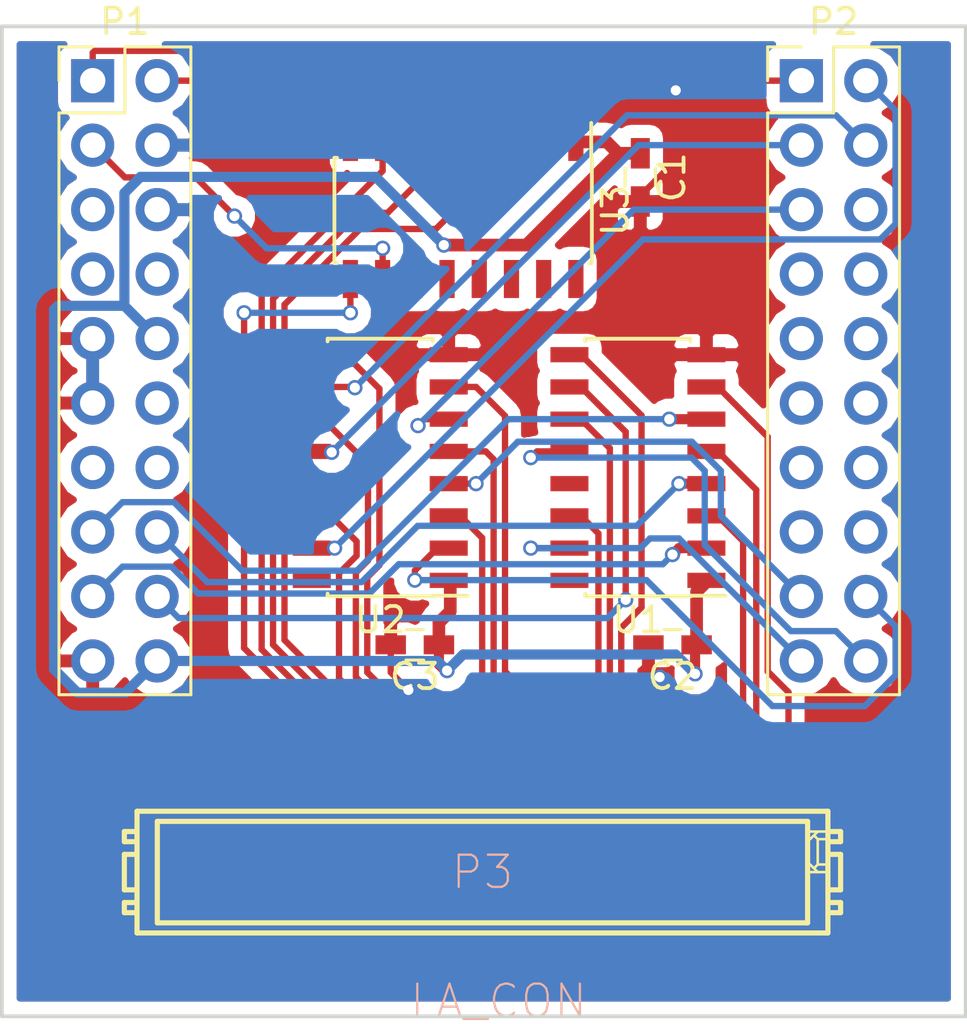
<source format=kicad_pcb>
(kicad_pcb (version 4) (host pcbnew 4.0.5+dfsg1-4)

  (general
    (links 53)
    (no_connects 1)
    (area 191.924999 100.835 230.075001 141.65895)
    (thickness 1.6)
    (drawings 4)
    (tracks 293)
    (zones 0)
    (modules 9)
    (nets 52)
  )

  (page A4)
  (layers
    (0 F.Cu signal)
    (31 B.Cu signal)
    (32 B.Adhes user)
    (33 F.Adhes user)
    (34 B.Paste user)
    (35 F.Paste user)
    (36 B.SilkS user)
    (37 F.SilkS user)
    (38 B.Mask user)
    (39 F.Mask user)
    (40 Dwgs.User user)
    (41 Cmts.User user)
    (42 Eco1.User user)
    (43 Eco2.User user)
    (44 Edge.Cuts user)
    (45 Margin user)
    (46 B.CrtYd user)
    (47 F.CrtYd user)
    (48 B.Fab user)
    (49 F.Fab user)
  )

  (setup
    (last_trace_width 0.25)
    (trace_clearance 0.2)
    (zone_clearance 0.508)
    (zone_45_only no)
    (trace_min 0.2)
    (segment_width 0.2)
    (edge_width 0.15)
    (via_size 0.6)
    (via_drill 0.4)
    (via_min_size 0.4)
    (via_min_drill 0.3)
    (uvia_size 0.3)
    (uvia_drill 0.1)
    (uvias_allowed no)
    (uvia_min_size 0.2)
    (uvia_min_drill 0.1)
    (pcb_text_width 0.3)
    (pcb_text_size 1.5 1.5)
    (mod_edge_width 0.15)
    (mod_text_size 1 1)
    (mod_text_width 0.15)
    (pad_size 1.524 1.524)
    (pad_drill 0.762)
    (pad_to_mask_clearance 0.2)
    (aux_axis_origin 0 0)
    (visible_elements FFFFFFFF)
    (pcbplotparams
      (layerselection 0x00030_80000001)
      (usegerberextensions false)
      (excludeedgelayer true)
      (linewidth 0.050000)
      (plotframeref false)
      (viasonmask false)
      (mode 1)
      (useauxorigin false)
      (hpglpennumber 1)
      (hpglpenspeed 20)
      (hpglpendiameter 15)
      (hpglpenoverlay 2)
      (psnegative false)
      (psa4output false)
      (plotreference true)
      (plotvalue true)
      (plotinvisibletext false)
      (padsonsilk false)
      (subtractmaskfromsilk false)
      (outputformat 1)
      (mirror false)
      (drillshape 1)
      (scaleselection 1)
      (outputdirectory ""))
  )

  (net 0 "")
  (net 1 +3V3)
  (net 2 GND)
  (net 3 PD5)
  (net 4 PD6)
  (net 5 PD7)
  (net 6 "Net-(P1-Pad5)")
  (net 7 "Net-(P1-Pad7)")
  (net 8 "Net-(P1-Pad8)")
  (net 9 "Net-(P1-Pad12)")
  (net 10 "Net-(P1-Pad13)")
  (net 11 "Net-(P1-Pad14)")
  (net 12 PB0)
  (net 13 PB1)
  (net 14 PB2)
  (net 15 PB3)
  (net 16 PD4)
  (net 17 PD3)
  (net 18 PD2)
  (net 19 PD1)
  (net 20 PD0)
  (net 21 "Net-(P2-Pad6)")
  (net 22 "Net-(P2-Pad7)")
  (net 23 "Net-(P2-Pad8)")
  (net 24 "Net-(P2-Pad9)")
  (net 25 "Net-(P2-Pad10)")
  (net 26 "Net-(P2-Pad11)")
  (net 27 "Net-(P2-Pad12)")
  (net 28 "Net-(P2-Pad13)")
  (net 29 "Net-(P2-Pad14)")
  (net 30 "Net-(P2-Pad15)")
  (net 31 "Net-(P2-Pad16)")
  (net 32 PB7)
  (net 33 PB6)
  (net 34 PB5)
  (net 35 PB4)
  (net 36 IN0)
  (net 37 IN8)
  (net 38 IN1)
  (net 39 IN9)
  (net 40 IN2)
  (net 41 IN10)
  (net 42 IN3)
  (net 43 IN11)
  (net 44 IN4)
  (net 45 IN12)
  (net 46 IN5)
  (net 47 IN13)
  (net 48 IN6)
  (net 49 IN14)
  (net 50 IN7)
  (net 51 IN15)

  (net_class Default "Dies ist die voreingestellte Netzklasse."
    (clearance 0.2)
    (trace_width 0.25)
    (via_dia 0.6)
    (via_drill 0.4)
    (uvia_dia 0.3)
    (uvia_drill 0.1)
    (add_net +3V3)
    (add_net GND)
    (add_net IN0)
    (add_net IN1)
    (add_net IN10)
    (add_net IN11)
    (add_net IN12)
    (add_net IN13)
    (add_net IN14)
    (add_net IN15)
    (add_net IN2)
    (add_net IN3)
    (add_net IN4)
    (add_net IN5)
    (add_net IN6)
    (add_net IN7)
    (add_net IN8)
    (add_net IN9)
    (add_net "Net-(P1-Pad12)")
    (add_net "Net-(P1-Pad13)")
    (add_net "Net-(P1-Pad14)")
    (add_net "Net-(P1-Pad5)")
    (add_net "Net-(P1-Pad7)")
    (add_net "Net-(P1-Pad8)")
    (add_net "Net-(P2-Pad10)")
    (add_net "Net-(P2-Pad11)")
    (add_net "Net-(P2-Pad12)")
    (add_net "Net-(P2-Pad13)")
    (add_net "Net-(P2-Pad14)")
    (add_net "Net-(P2-Pad15)")
    (add_net "Net-(P2-Pad16)")
    (add_net "Net-(P2-Pad6)")
    (add_net "Net-(P2-Pad7)")
    (add_net "Net-(P2-Pad8)")
    (add_net "Net-(P2-Pad9)")
    (add_net PB0)
    (add_net PB1)
    (add_net PB2)
    (add_net PB3)
    (add_net PB4)
    (add_net PB5)
    (add_net PB6)
    (add_net PB7)
    (add_net PD0)
    (add_net PD1)
    (add_net PD2)
    (add_net PD3)
    (add_net PD4)
    (add_net PD5)
    (add_net PD6)
    (add_net PD7)
  )

  (module Housings_SOIC:SOIC-16_3.9x9.9mm_Pitch1.27mm (layer F.Cu) (tedit 58CC8F64) (tstamp 5916EA52)
    (at 217.076 119.38 180)
    (descr "16-Lead Plastic Small Outline (SL) - Narrow, 3.90 mm Body [SOIC] (see Microchip Packaging Specification 00000049BS.pdf)")
    (tags "SOIC 1.27")
    (path /58EFF156)
    (attr smd)
    (fp_text reference U1 (at 0 -6 180) (layer F.SilkS)
      (effects (font (size 1 1) (thickness 0.15)))
    )
    (fp_text value 4050 (at 0 6 180) (layer F.Fab)
      (effects (font (size 1 1) (thickness 0.15)))
    )
    (fp_text user %R (at 0 0 180) (layer F.Fab)
      (effects (font (size 0.9 0.9) (thickness 0.135)))
    )
    (fp_line (start -0.95 -4.95) (end 1.95 -4.95) (layer F.Fab) (width 0.15))
    (fp_line (start 1.95 -4.95) (end 1.95 4.95) (layer F.Fab) (width 0.15))
    (fp_line (start 1.95 4.95) (end -1.95 4.95) (layer F.Fab) (width 0.15))
    (fp_line (start -1.95 4.95) (end -1.95 -3.95) (layer F.Fab) (width 0.15))
    (fp_line (start -1.95 -3.95) (end -0.95 -4.95) (layer F.Fab) (width 0.15))
    (fp_line (start -3.7 -5.25) (end -3.7 5.25) (layer F.CrtYd) (width 0.05))
    (fp_line (start 3.7 -5.25) (end 3.7 5.25) (layer F.CrtYd) (width 0.05))
    (fp_line (start -3.7 -5.25) (end 3.7 -5.25) (layer F.CrtYd) (width 0.05))
    (fp_line (start -3.7 5.25) (end 3.7 5.25) (layer F.CrtYd) (width 0.05))
    (fp_line (start -2.075 -5.075) (end -2.075 -5.05) (layer F.SilkS) (width 0.15))
    (fp_line (start 2.075 -5.075) (end 2.075 -4.97) (layer F.SilkS) (width 0.15))
    (fp_line (start 2.075 5.075) (end 2.075 4.97) (layer F.SilkS) (width 0.15))
    (fp_line (start -2.075 5.075) (end -2.075 4.97) (layer F.SilkS) (width 0.15))
    (fp_line (start -2.075 -5.075) (end 2.075 -5.075) (layer F.SilkS) (width 0.15))
    (fp_line (start -2.075 5.075) (end 2.075 5.075) (layer F.SilkS) (width 0.15))
    (fp_line (start -2.075 -5.05) (end -3.45 -5.05) (layer F.SilkS) (width 0.15))
    (pad 1 smd rect (at -2.7 -4.445 180) (size 1.5 0.6) (layers F.Cu F.Paste F.Mask)
      (net 1 +3V3))
    (pad 2 smd rect (at -2.7 -3.175 180) (size 1.5 0.6) (layers F.Cu F.Paste F.Mask)
      (net 14 PB2))
    (pad 3 smd rect (at -2.7 -1.905 180) (size 1.5 0.6) (layers F.Cu F.Paste F.Mask)
      (net 40 IN2))
    (pad 4 smd rect (at -2.7 -0.635 180) (size 1.5 0.6) (layers F.Cu F.Paste F.Mask)
      (net 13 PB1))
    (pad 5 smd rect (at -2.7 0.635 180) (size 1.5 0.6) (layers F.Cu F.Paste F.Mask)
      (net 38 IN1))
    (pad 6 smd rect (at -2.7 1.905 180) (size 1.5 0.6) (layers F.Cu F.Paste F.Mask)
      (net 12 PB0))
    (pad 7 smd rect (at -2.7 3.175 180) (size 1.5 0.6) (layers F.Cu F.Paste F.Mask)
      (net 36 IN0))
    (pad 8 smd rect (at -2.7 4.445 180) (size 1.5 0.6) (layers F.Cu F.Paste F.Mask)
      (net 2 GND))
    (pad 9 smd rect (at 2.7 4.445 180) (size 1.5 0.6) (layers F.Cu F.Paste F.Mask)
      (net 42 IN3))
    (pad 10 smd rect (at 2.7 3.175 180) (size 1.5 0.6) (layers F.Cu F.Paste F.Mask)
      (net 15 PB3))
    (pad 11 smd rect (at 2.7 1.905 180) (size 1.5 0.6) (layers F.Cu F.Paste F.Mask)
      (net 44 IN4))
    (pad 12 smd rect (at 2.7 0.635 180) (size 1.5 0.6) (layers F.Cu F.Paste F.Mask)
      (net 35 PB4))
    (pad 13 smd rect (at 2.7 -0.635 180) (size 1.5 0.6) (layers F.Cu F.Paste F.Mask))
    (pad 14 smd rect (at 2.7 -1.905 180) (size 1.5 0.6) (layers F.Cu F.Paste F.Mask)
      (net 46 IN5))
    (pad 15 smd rect (at 2.7 -3.175 180) (size 1.5 0.6) (layers F.Cu F.Paste F.Mask)
      (net 34 PB5))
    (pad 16 smd rect (at 2.7 -4.445 180) (size 1.5 0.6) (layers F.Cu F.Paste F.Mask))
    (model Housings_SOIC.3dshapes/SOIC-16_3.9x9.9mm_Pitch1.27mm.wrl
      (at (xyz 0 0 0))
      (scale (xyz 1 1 1))
      (rotate (xyz 0 0 0))
    )
  )

  (module Capacitors_SMD:C_0603_HandSoldering (layer F.Cu) (tedit 58AA848B) (tstamp 58F24AFC)
    (at 217.17 107.95 270)
    (descr "Capacitor SMD 0603, hand soldering")
    (tags "capacitor 0603")
    (path /58F1449B)
    (attr smd)
    (fp_text reference C1 (at 0 -1.25 270) (layer F.SilkS)
      (effects (font (size 1 1) (thickness 0.15)))
    )
    (fp_text value 100n (at 0 1.5 270) (layer F.Fab)
      (effects (font (size 1 1) (thickness 0.15)))
    )
    (fp_text user %R (at 0 -1.25 270) (layer F.Fab)
      (effects (font (size 1 1) (thickness 0.15)))
    )
    (fp_line (start -0.8 0.4) (end -0.8 -0.4) (layer F.Fab) (width 0.1))
    (fp_line (start 0.8 0.4) (end -0.8 0.4) (layer F.Fab) (width 0.1))
    (fp_line (start 0.8 -0.4) (end 0.8 0.4) (layer F.Fab) (width 0.1))
    (fp_line (start -0.8 -0.4) (end 0.8 -0.4) (layer F.Fab) (width 0.1))
    (fp_line (start -0.35 -0.6) (end 0.35 -0.6) (layer F.SilkS) (width 0.12))
    (fp_line (start 0.35 0.6) (end -0.35 0.6) (layer F.SilkS) (width 0.12))
    (fp_line (start -1.8 -0.65) (end 1.8 -0.65) (layer F.CrtYd) (width 0.05))
    (fp_line (start -1.8 -0.65) (end -1.8 0.65) (layer F.CrtYd) (width 0.05))
    (fp_line (start 1.8 0.65) (end 1.8 -0.65) (layer F.CrtYd) (width 0.05))
    (fp_line (start 1.8 0.65) (end -1.8 0.65) (layer F.CrtYd) (width 0.05))
    (pad 1 smd rect (at -0.95 0 270) (size 1.2 0.75) (layers F.Cu F.Paste F.Mask)
      (net 1 +3V3))
    (pad 2 smd rect (at 0.95 0 270) (size 1.2 0.75) (layers F.Cu F.Paste F.Mask)
      (net 2 GND))
    (model Capacitors_SMD.3dshapes/C_0603.wrl
      (at (xyz 0 0 0))
      (scale (xyz 1 1 1))
      (rotate (xyz 0 0 0))
    )
  )

  (module Capacitors_SMD:C_0603_HandSoldering (layer F.Cu) (tedit 58AA848B) (tstamp 58F24B0D)
    (at 218.44 126.365 180)
    (descr "Capacitor SMD 0603, hand soldering")
    (tags "capacitor 0603")
    (path /58F1426D)
    (attr smd)
    (fp_text reference C2 (at 0 -1.25 180) (layer F.SilkS)
      (effects (font (size 1 1) (thickness 0.15)))
    )
    (fp_text value 100n (at 0 1.5 180) (layer F.Fab)
      (effects (font (size 1 1) (thickness 0.15)))
    )
    (fp_text user %R (at 0 -1.25 180) (layer F.Fab)
      (effects (font (size 1 1) (thickness 0.15)))
    )
    (fp_line (start -0.8 0.4) (end -0.8 -0.4) (layer F.Fab) (width 0.1))
    (fp_line (start 0.8 0.4) (end -0.8 0.4) (layer F.Fab) (width 0.1))
    (fp_line (start 0.8 -0.4) (end 0.8 0.4) (layer F.Fab) (width 0.1))
    (fp_line (start -0.8 -0.4) (end 0.8 -0.4) (layer F.Fab) (width 0.1))
    (fp_line (start -0.35 -0.6) (end 0.35 -0.6) (layer F.SilkS) (width 0.12))
    (fp_line (start 0.35 0.6) (end -0.35 0.6) (layer F.SilkS) (width 0.12))
    (fp_line (start -1.8 -0.65) (end 1.8 -0.65) (layer F.CrtYd) (width 0.05))
    (fp_line (start -1.8 -0.65) (end -1.8 0.65) (layer F.CrtYd) (width 0.05))
    (fp_line (start 1.8 0.65) (end 1.8 -0.65) (layer F.CrtYd) (width 0.05))
    (fp_line (start 1.8 0.65) (end -1.8 0.65) (layer F.CrtYd) (width 0.05))
    (pad 1 smd rect (at -0.95 0 180) (size 1.2 0.75) (layers F.Cu F.Paste F.Mask)
      (net 1 +3V3))
    (pad 2 smd rect (at 0.95 0 180) (size 1.2 0.75) (layers F.Cu F.Paste F.Mask)
      (net 2 GND))
    (model Capacitors_SMD.3dshapes/C_0603.wrl
      (at (xyz 0 0 0))
      (scale (xyz 1 1 1))
      (rotate (xyz 0 0 0))
    )
  )

  (module Capacitors_SMD:C_0603_HandSoldering (layer F.Cu) (tedit 58AA848B) (tstamp 58F24B1E)
    (at 208.28 126.365 180)
    (descr "Capacitor SMD 0603, hand soldering")
    (tags "capacitor 0603")
    (path /58F14409)
    (attr smd)
    (fp_text reference C3 (at 0 -1.25 180) (layer F.SilkS)
      (effects (font (size 1 1) (thickness 0.15)))
    )
    (fp_text value 100n (at 0 1.5 180) (layer F.Fab)
      (effects (font (size 1 1) (thickness 0.15)))
    )
    (fp_text user %R (at 0 -1.25 180) (layer F.Fab)
      (effects (font (size 1 1) (thickness 0.15)))
    )
    (fp_line (start -0.8 0.4) (end -0.8 -0.4) (layer F.Fab) (width 0.1))
    (fp_line (start 0.8 0.4) (end -0.8 0.4) (layer F.Fab) (width 0.1))
    (fp_line (start 0.8 -0.4) (end 0.8 0.4) (layer F.Fab) (width 0.1))
    (fp_line (start -0.8 -0.4) (end 0.8 -0.4) (layer F.Fab) (width 0.1))
    (fp_line (start -0.35 -0.6) (end 0.35 -0.6) (layer F.SilkS) (width 0.12))
    (fp_line (start 0.35 0.6) (end -0.35 0.6) (layer F.SilkS) (width 0.12))
    (fp_line (start -1.8 -0.65) (end 1.8 -0.65) (layer F.CrtYd) (width 0.05))
    (fp_line (start -1.8 -0.65) (end -1.8 0.65) (layer F.CrtYd) (width 0.05))
    (fp_line (start 1.8 0.65) (end 1.8 -0.65) (layer F.CrtYd) (width 0.05))
    (fp_line (start 1.8 0.65) (end -1.8 0.65) (layer F.CrtYd) (width 0.05))
    (pad 1 smd rect (at -0.95 0 180) (size 1.2 0.75) (layers F.Cu F.Paste F.Mask)
      (net 1 +3V3))
    (pad 2 smd rect (at 0.95 0 180) (size 1.2 0.75) (layers F.Cu F.Paste F.Mask)
      (net 2 GND))
    (model Capacitors_SMD.3dshapes/C_0603.wrl
      (at (xyz 0 0 0))
      (scale (xyz 1 1 1))
      (rotate (xyz 0 0 0))
    )
  )

  (module Pin_Headers:Pin_Header_Straight_2x10_Pitch2.54mm (layer F.Cu) (tedit 58CD4EC5) (tstamp 58F24B47)
    (at 195.58 104.14)
    (descr "Through hole straight pin header, 2x10, 2.54mm pitch, double rows")
    (tags "Through hole pin header THT 2x10 2.54mm double row")
    (path /58EFED7D)
    (fp_text reference P1 (at 1.27 -2.33) (layer F.SilkS)
      (effects (font (size 1 1) (thickness 0.15)))
    )
    (fp_text value Left (at 1.27 25.19) (layer F.Fab)
      (effects (font (size 1 1) (thickness 0.15)))
    )
    (fp_line (start -1.27 -1.27) (end -1.27 24.13) (layer F.Fab) (width 0.1))
    (fp_line (start -1.27 24.13) (end 3.81 24.13) (layer F.Fab) (width 0.1))
    (fp_line (start 3.81 24.13) (end 3.81 -1.27) (layer F.Fab) (width 0.1))
    (fp_line (start 3.81 -1.27) (end -1.27 -1.27) (layer F.Fab) (width 0.1))
    (fp_line (start -1.33 1.27) (end -1.33 24.19) (layer F.SilkS) (width 0.12))
    (fp_line (start -1.33 24.19) (end 3.87 24.19) (layer F.SilkS) (width 0.12))
    (fp_line (start 3.87 24.19) (end 3.87 -1.33) (layer F.SilkS) (width 0.12))
    (fp_line (start 3.87 -1.33) (end 1.27 -1.33) (layer F.SilkS) (width 0.12))
    (fp_line (start 1.27 -1.33) (end 1.27 1.27) (layer F.SilkS) (width 0.12))
    (fp_line (start 1.27 1.27) (end -1.33 1.27) (layer F.SilkS) (width 0.12))
    (fp_line (start -1.33 0) (end -1.33 -1.33) (layer F.SilkS) (width 0.12))
    (fp_line (start -1.33 -1.33) (end 0 -1.33) (layer F.SilkS) (width 0.12))
    (fp_line (start -1.8 -1.8) (end -1.8 24.65) (layer F.CrtYd) (width 0.05))
    (fp_line (start -1.8 24.65) (end 4.35 24.65) (layer F.CrtYd) (width 0.05))
    (fp_line (start 4.35 24.65) (end 4.35 -1.8) (layer F.CrtYd) (width 0.05))
    (fp_line (start 4.35 -1.8) (end -1.8 -1.8) (layer F.CrtYd) (width 0.05))
    (fp_text user %R (at 1.27 -2.33) (layer F.Fab)
      (effects (font (size 1 1) (thickness 0.15)))
    )
    (pad 1 thru_hole rect (at 0 0) (size 1.7 1.7) (drill 1) (layers *.Cu *.Mask)
      (net 3 PD5))
    (pad 2 thru_hole oval (at 2.54 0) (size 1.7 1.7) (drill 1) (layers *.Cu *.Mask)
      (net 4 PD6))
    (pad 3 thru_hole oval (at 0 2.54) (size 1.7 1.7) (drill 1) (layers *.Cu *.Mask)
      (net 5 PD7))
    (pad 4 thru_hole oval (at 2.54 2.54) (size 1.7 1.7) (drill 1) (layers *.Cu *.Mask)
      (net 2 GND))
    (pad 5 thru_hole oval (at 0 5.08) (size 1.7 1.7) (drill 1) (layers *.Cu *.Mask)
      (net 6 "Net-(P1-Pad5)"))
    (pad 6 thru_hole oval (at 2.54 5.08) (size 1.7 1.7) (drill 1) (layers *.Cu *.Mask)
      (net 2 GND))
    (pad 7 thru_hole oval (at 0 7.62) (size 1.7 1.7) (drill 1) (layers *.Cu *.Mask)
      (net 7 "Net-(P1-Pad7)"))
    (pad 8 thru_hole oval (at 2.54 7.62) (size 1.7 1.7) (drill 1) (layers *.Cu *.Mask)
      (net 8 "Net-(P1-Pad8)"))
    (pad 9 thru_hole oval (at 0 10.16) (size 1.7 1.7) (drill 1) (layers *.Cu *.Mask)
      (net 2 GND))
    (pad 10 thru_hole oval (at 2.54 10.16) (size 1.7 1.7) (drill 1) (layers *.Cu *.Mask)
      (net 1 +3V3))
    (pad 11 thru_hole oval (at 0 12.7) (size 1.7 1.7) (drill 1) (layers *.Cu *.Mask)
      (net 2 GND))
    (pad 12 thru_hole oval (at 2.54 12.7) (size 1.7 1.7) (drill 1) (layers *.Cu *.Mask)
      (net 9 "Net-(P1-Pad12)"))
    (pad 13 thru_hole oval (at 0 15.24) (size 1.7 1.7) (drill 1) (layers *.Cu *.Mask)
      (net 10 "Net-(P1-Pad13)"))
    (pad 14 thru_hole oval (at 2.54 15.24) (size 1.7 1.7) (drill 1) (layers *.Cu *.Mask)
      (net 11 "Net-(P1-Pad14)"))
    (pad 15 thru_hole oval (at 0 17.78) (size 1.7 1.7) (drill 1) (layers *.Cu *.Mask)
      (net 12 PB0))
    (pad 16 thru_hole oval (at 2.54 17.78) (size 1.7 1.7) (drill 1) (layers *.Cu *.Mask)
      (net 13 PB1))
    (pad 17 thru_hole oval (at 0 20.32) (size 1.7 1.7) (drill 1) (layers *.Cu *.Mask)
      (net 14 PB2))
    (pad 18 thru_hole oval (at 2.54 20.32) (size 1.7 1.7) (drill 1) (layers *.Cu *.Mask)
      (net 15 PB3))
    (pad 19 thru_hole oval (at 0 22.86) (size 1.7 1.7) (drill 1) (layers *.Cu *.Mask)
      (net 2 GND))
    (pad 20 thru_hole oval (at 2.54 22.86) (size 1.7 1.7) (drill 1) (layers *.Cu *.Mask)
      (net 1 +3V3))
    (model ${KISYS3DMOD}/Pin_Headers.3dshapes/Pin_Header_Straight_2x10_Pitch2.54mm.wrl
      (at (xyz 0.05 -0.45 0))
      (scale (xyz 1 1 1))
      (rotate (xyz 0 0 90))
    )
  )

  (module Pin_Headers:Pin_Header_Straight_2x10_Pitch2.54mm (layer F.Cu) (tedit 58CD4EC5) (tstamp 58F24B70)
    (at 223.52 104.14)
    (descr "Through hole straight pin header, 2x10, 2.54mm pitch, double rows")
    (tags "Through hole pin header THT 2x10 2.54mm double row")
    (path /58EFEDCF)
    (fp_text reference P2 (at 1.27 -2.33) (layer F.SilkS)
      (effects (font (size 1 1) (thickness 0.15)))
    )
    (fp_text value Right (at 1.27 25.19) (layer F.Fab)
      (effects (font (size 1 1) (thickness 0.15)))
    )
    (fp_line (start -1.27 -1.27) (end -1.27 24.13) (layer F.Fab) (width 0.1))
    (fp_line (start -1.27 24.13) (end 3.81 24.13) (layer F.Fab) (width 0.1))
    (fp_line (start 3.81 24.13) (end 3.81 -1.27) (layer F.Fab) (width 0.1))
    (fp_line (start 3.81 -1.27) (end -1.27 -1.27) (layer F.Fab) (width 0.1))
    (fp_line (start -1.33 1.27) (end -1.33 24.19) (layer F.SilkS) (width 0.12))
    (fp_line (start -1.33 24.19) (end 3.87 24.19) (layer F.SilkS) (width 0.12))
    (fp_line (start 3.87 24.19) (end 3.87 -1.33) (layer F.SilkS) (width 0.12))
    (fp_line (start 3.87 -1.33) (end 1.27 -1.33) (layer F.SilkS) (width 0.12))
    (fp_line (start 1.27 -1.33) (end 1.27 1.27) (layer F.SilkS) (width 0.12))
    (fp_line (start 1.27 1.27) (end -1.33 1.27) (layer F.SilkS) (width 0.12))
    (fp_line (start -1.33 0) (end -1.33 -1.33) (layer F.SilkS) (width 0.12))
    (fp_line (start -1.33 -1.33) (end 0 -1.33) (layer F.SilkS) (width 0.12))
    (fp_line (start -1.8 -1.8) (end -1.8 24.65) (layer F.CrtYd) (width 0.05))
    (fp_line (start -1.8 24.65) (end 4.35 24.65) (layer F.CrtYd) (width 0.05))
    (fp_line (start 4.35 24.65) (end 4.35 -1.8) (layer F.CrtYd) (width 0.05))
    (fp_line (start 4.35 -1.8) (end -1.8 -1.8) (layer F.CrtYd) (width 0.05))
    (fp_text user %R (at 1.27 -2.33) (layer F.Fab)
      (effects (font (size 1 1) (thickness 0.15)))
    )
    (pad 1 thru_hole rect (at 0 0) (size 1.7 1.7) (drill 1) (layers *.Cu *.Mask)
      (net 16 PD4))
    (pad 2 thru_hole oval (at 2.54 0) (size 1.7 1.7) (drill 1) (layers *.Cu *.Mask)
      (net 17 PD3))
    (pad 3 thru_hole oval (at 0 2.54) (size 1.7 1.7) (drill 1) (layers *.Cu *.Mask)
      (net 18 PD2))
    (pad 4 thru_hole oval (at 2.54 2.54) (size 1.7 1.7) (drill 1) (layers *.Cu *.Mask)
      (net 19 PD1))
    (pad 5 thru_hole oval (at 0 5.08) (size 1.7 1.7) (drill 1) (layers *.Cu *.Mask)
      (net 20 PD0))
    (pad 6 thru_hole oval (at 2.54 5.08) (size 1.7 1.7) (drill 1) (layers *.Cu *.Mask)
      (net 21 "Net-(P2-Pad6)"))
    (pad 7 thru_hole oval (at 0 7.62) (size 1.7 1.7) (drill 1) (layers *.Cu *.Mask)
      (net 22 "Net-(P2-Pad7)"))
    (pad 8 thru_hole oval (at 2.54 7.62) (size 1.7 1.7) (drill 1) (layers *.Cu *.Mask)
      (net 23 "Net-(P2-Pad8)"))
    (pad 9 thru_hole oval (at 0 10.16) (size 1.7 1.7) (drill 1) (layers *.Cu *.Mask)
      (net 24 "Net-(P2-Pad9)"))
    (pad 10 thru_hole oval (at 2.54 10.16) (size 1.7 1.7) (drill 1) (layers *.Cu *.Mask)
      (net 25 "Net-(P2-Pad10)"))
    (pad 11 thru_hole oval (at 0 12.7) (size 1.7 1.7) (drill 1) (layers *.Cu *.Mask)
      (net 26 "Net-(P2-Pad11)"))
    (pad 12 thru_hole oval (at 2.54 12.7) (size 1.7 1.7) (drill 1) (layers *.Cu *.Mask)
      (net 27 "Net-(P2-Pad12)"))
    (pad 13 thru_hole oval (at 0 15.24) (size 1.7 1.7) (drill 1) (layers *.Cu *.Mask)
      (net 28 "Net-(P2-Pad13)"))
    (pad 14 thru_hole oval (at 2.54 15.24) (size 1.7 1.7) (drill 1) (layers *.Cu *.Mask)
      (net 29 "Net-(P2-Pad14)"))
    (pad 15 thru_hole oval (at 0 17.78) (size 1.7 1.7) (drill 1) (layers *.Cu *.Mask)
      (net 30 "Net-(P2-Pad15)"))
    (pad 16 thru_hole oval (at 2.54 17.78) (size 1.7 1.7) (drill 1) (layers *.Cu *.Mask)
      (net 31 "Net-(P2-Pad16)"))
    (pad 17 thru_hole oval (at 0 20.32) (size 1.7 1.7) (drill 1) (layers *.Cu *.Mask)
      (net 32 PB7))
    (pad 18 thru_hole oval (at 2.54 20.32) (size 1.7 1.7) (drill 1) (layers *.Cu *.Mask)
      (net 33 PB6))
    (pad 19 thru_hole oval (at 0 22.86) (size 1.7 1.7) (drill 1) (layers *.Cu *.Mask)
      (net 34 PB5))
    (pad 20 thru_hole oval (at 2.54 22.86) (size 1.7 1.7) (drill 1) (layers *.Cu *.Mask)
      (net 35 PB4))
    (model ${KISYS3DMOD}/Pin_Headers.3dshapes/Pin_Header_Straight_2x10_Pitch2.54mm.wrl
      (at (xyz 0.05 -0.45 0))
      (scale (xyz 1 1 1))
      (rotate (xyz 0 0 90))
    )
  )

  (module micromatch:con-amp-micromatch-MMT-SMD-20 (layer F.Cu) (tedit 200000) (tstamp 58F24BAD)
    (at 210.947 135.3185)
    (descr "MICROMATCH 20 SMD 7-215464-20")
    (tags "MICROMATCH 20 SMD 7-215464-20")
    (path /58EFF8E1)
    (attr smd)
    (fp_text reference P3 (at 0 0) (layer B.SilkS)
      (effects (font (size 1.27 1.27) (thickness 0.0889)))
    )
    (fp_text value LA_CON (at 0.635 5.08) (layer B.SilkS)
      (effects (font (size 1.27 1.27) (thickness 0.0889)))
    )
    (fp_line (start -12.81938 1.99898) (end -12.81938 -1.99898) (layer F.SilkS) (width 0.2032))
    (fp_line (start -12.81938 -1.99898) (end 12.81938 -1.99898) (layer F.SilkS) (width 0.2032))
    (fp_line (start 12.81938 -1.99898) (end 12.81938 1.99898) (layer F.SilkS) (width 0.2032))
    (fp_line (start 12.81938 1.99898) (end -12.81938 1.99898) (layer F.SilkS) (width 0.2032))
    (fp_line (start -13.61948 2.39776) (end -13.61948 -2.39776) (layer F.SilkS) (width 0.2032))
    (fp_line (start -13.61948 -2.39776) (end 13.61948 -2.39776) (layer F.SilkS) (width 0.2032))
    (fp_line (start 13.61948 -2.39776) (end 13.61948 2.39776) (layer F.SilkS) (width 0.2032))
    (fp_line (start 13.61948 2.39776) (end -13.61948 2.39776) (layer F.SilkS) (width 0.2032))
    (fp_line (start 13.71854 -0.6985) (end 14.11986 -0.6985) (layer F.SilkS) (width 0.2032))
    (fp_line (start 14.11986 -0.6985) (end 14.11986 0.6985) (layer F.SilkS) (width 0.2032))
    (fp_line (start 14.11986 0.6985) (end 13.71854 0.6985) (layer F.SilkS) (width 0.2032))
    (fp_line (start 13.71854 -1.19888) (end 14.11986 -1.19888) (layer F.SilkS) (width 0.2032))
    (fp_line (start 14.11986 -1.19888) (end 14.11986 -1.59766) (layer F.SilkS) (width 0.2032))
    (fp_line (start 14.11986 -1.59766) (end 13.71854 -1.59766) (layer F.SilkS) (width 0.2032))
    (fp_line (start 13.71854 1.19888) (end 14.11986 1.19888) (layer F.SilkS) (width 0.2032))
    (fp_line (start 14.11986 1.19888) (end 14.11986 1.59766) (layer F.SilkS) (width 0.2032))
    (fp_line (start 14.11986 1.59766) (end 13.71854 1.59766) (layer F.SilkS) (width 0.2032))
    (fp_line (start -13.71854 -1.19888) (end -14.11986 -1.19888) (layer F.SilkS) (width 0.2032))
    (fp_line (start -14.11986 -1.19888) (end -14.11986 -1.59766) (layer F.SilkS) (width 0.2032))
    (fp_line (start -14.11986 -1.59766) (end -13.71854 -1.59766) (layer F.SilkS) (width 0.2032))
    (fp_line (start -13.71854 1.19888) (end -14.11986 1.19888) (layer F.SilkS) (width 0.2032))
    (fp_line (start -14.11986 1.19888) (end -14.11986 1.59766) (layer F.SilkS) (width 0.2032))
    (fp_line (start -14.11986 1.59766) (end -13.71854 1.59766) (layer F.SilkS) (width 0.2032))
    (fp_line (start -13.71854 -0.6985) (end -14.11986 -0.6985) (layer F.SilkS) (width 0.2032))
    (fp_line (start -14.11986 -0.6985) (end -14.11986 0.6985) (layer F.SilkS) (width 0.2032))
    (fp_line (start -14.11986 0.6985) (end -13.71854 0.6985) (layer F.SilkS) (width 0.2032))
    (fp_line (start 12.91844 -1.59766) (end 13.21816 -1.59766) (layer F.SilkS) (width 0.1016))
    (fp_line (start 13.21816 -1.59766) (end 13.51788 -1.59766) (layer F.SilkS) (width 0.1016))
    (fp_line (start 12.91844 0) (end 13.21816 0) (layer F.SilkS) (width 0.1016))
    (fp_line (start 13.21816 0) (end 13.51788 0) (layer F.SilkS) (width 0.1016))
    (fp_line (start 13.51788 -1.29794) (end 13.21816 -1.29794) (layer F.SilkS) (width 0.1016))
    (fp_line (start 13.21816 -1.29794) (end 13.21816 -0.29972) (layer F.SilkS) (width 0.1016))
    (fp_line (start 13.21816 -0.29972) (end 13.51788 -0.29972) (layer F.SilkS) (width 0.1016))
    (fp_line (start 12.91844 -1.29794) (end 13.21816 -1.59766) (layer F.SilkS) (width 0.1016))
    (fp_line (start 12.91844 -0.29972) (end 13.21816 0) (layer F.SilkS) (width 0.1016))
    (fp_line (start 13.1191 -1.39954) (end 13.21816 -1.29794) (layer F.SilkS) (width 0.1016))
    (fp_line (start 13.1191 -0.19812) (end 13.21816 -0.29972) (layer F.SilkS) (width 0.1016))
    (pad 1 smd rect (at 12.065 2.54 270) (size 3.49758 1.4986) (layers F.Cu F.Paste F.Mask)
      (net 36 IN0))
    (pad 2 smd rect (at 10.795 -2.54 90) (size 3.49758 1.4986) (layers F.Cu F.Paste F.Mask)
      (net 38 IN1))
    (pad 3 smd rect (at 9.525 2.54 90) (size 3.49758 1.4986) (layers F.Cu F.Paste F.Mask)
      (net 40 IN2))
    (pad 4 smd rect (at 8.255 -2.54 90) (size 3.49758 1.4986) (layers F.Cu F.Paste F.Mask)
      (net 42 IN3))
    (pad 5 smd rect (at 6.985 2.54 90) (size 3.49758 1.4986) (layers F.Cu F.Paste F.Mask)
      (net 44 IN4))
    (pad 6 smd rect (at 5.715 -2.54 90) (size 3.49758 1.4986) (layers F.Cu F.Paste F.Mask)
      (net 46 IN5))
    (pad 7 smd rect (at 4.445 2.54 90) (size 3.49758 1.4986) (layers F.Cu F.Paste F.Mask)
      (net 48 IN6))
    (pad 8 smd rect (at 3.175 -2.54 90) (size 3.49758 1.4986) (layers F.Cu F.Paste F.Mask)
      (net 50 IN7))
    (pad 9 smd rect (at 1.905 2.54 90) (size 3.49758 1.4986) (layers F.Cu F.Paste F.Mask)
      (net 37 IN8))
    (pad 10 smd rect (at 0.635 -2.54 90) (size 3.49758 1.4986) (layers F.Cu F.Paste F.Mask)
      (net 39 IN9))
    (pad 11 smd rect (at -0.635 2.54 90) (size 3.49758 1.4986) (layers F.Cu F.Paste F.Mask)
      (net 41 IN10))
    (pad 12 smd rect (at -1.905 -2.54 90) (size 3.49758 1.4986) (layers F.Cu F.Paste F.Mask)
      (net 43 IN11))
    (pad 13 smd rect (at -3.175 2.54 90) (size 3.49758 1.4986) (layers F.Cu F.Paste F.Mask)
      (net 45 IN12))
    (pad 14 smd rect (at -4.445 -2.54 90) (size 3.49758 1.4986) (layers F.Cu F.Paste F.Mask)
      (net 47 IN13))
    (pad 15 smd rect (at -5.715 2.54 90) (size 3.49758 1.4986) (layers F.Cu F.Paste F.Mask)
      (net 49 IN14))
    (pad 16 smd rect (at -6.985 -2.54 90) (size 3.49758 1.4986) (layers F.Cu F.Paste F.Mask)
      (net 51 IN15))
    (pad 17 smd rect (at -8.255 2.54 90) (size 3.49758 1.4986) (layers F.Cu F.Paste F.Mask)
      (net 2 GND))
    (pad 18 smd rect (at -9.525 -2.54 90) (size 3.49758 1.4986) (layers F.Cu F.Paste F.Mask)
      (net 2 GND))
    (pad 19 smd rect (at -10.795 2.54 90) (size 3.49758 1.4986) (layers F.Cu F.Paste F.Mask)
      (net 2 GND))
    (pad 20 smd rect (at -12.065 -2.54 90) (size 3.49758 1.4986) (layers F.Cu F.Paste F.Mask)
      (net 2 GND))
  )

  (module Housings_SOIC:SOIC-16_3.9x9.9mm_Pitch1.27mm (layer F.Cu) (tedit 58CC8F64) (tstamp 5916EA66)
    (at 206.916 119.38 180)
    (descr "16-Lead Plastic Small Outline (SL) - Narrow, 3.90 mm Body [SOIC] (see Microchip Packaging Specification 00000049BS.pdf)")
    (tags "SOIC 1.27")
    (path /58EFF520)
    (attr smd)
    (fp_text reference U2 (at 0 -6 180) (layer F.SilkS)
      (effects (font (size 1 1) (thickness 0.15)))
    )
    (fp_text value 4050 (at 0 6 180) (layer F.Fab)
      (effects (font (size 1 1) (thickness 0.15)))
    )
    (fp_text user %R (at 0 0 180) (layer F.Fab)
      (effects (font (size 0.9 0.9) (thickness 0.135)))
    )
    (fp_line (start -0.95 -4.95) (end 1.95 -4.95) (layer F.Fab) (width 0.15))
    (fp_line (start 1.95 -4.95) (end 1.95 4.95) (layer F.Fab) (width 0.15))
    (fp_line (start 1.95 4.95) (end -1.95 4.95) (layer F.Fab) (width 0.15))
    (fp_line (start -1.95 4.95) (end -1.95 -3.95) (layer F.Fab) (width 0.15))
    (fp_line (start -1.95 -3.95) (end -0.95 -4.95) (layer F.Fab) (width 0.15))
    (fp_line (start -3.7 -5.25) (end -3.7 5.25) (layer F.CrtYd) (width 0.05))
    (fp_line (start 3.7 -5.25) (end 3.7 5.25) (layer F.CrtYd) (width 0.05))
    (fp_line (start -3.7 -5.25) (end 3.7 -5.25) (layer F.CrtYd) (width 0.05))
    (fp_line (start -3.7 5.25) (end 3.7 5.25) (layer F.CrtYd) (width 0.05))
    (fp_line (start -2.075 -5.075) (end -2.075 -5.05) (layer F.SilkS) (width 0.15))
    (fp_line (start 2.075 -5.075) (end 2.075 -4.97) (layer F.SilkS) (width 0.15))
    (fp_line (start 2.075 5.075) (end 2.075 4.97) (layer F.SilkS) (width 0.15))
    (fp_line (start -2.075 5.075) (end -2.075 4.97) (layer F.SilkS) (width 0.15))
    (fp_line (start -2.075 -5.075) (end 2.075 -5.075) (layer F.SilkS) (width 0.15))
    (fp_line (start -2.075 5.075) (end 2.075 5.075) (layer F.SilkS) (width 0.15))
    (fp_line (start -2.075 -5.05) (end -3.45 -5.05) (layer F.SilkS) (width 0.15))
    (pad 1 smd rect (at -2.7 -4.445 180) (size 1.5 0.6) (layers F.Cu F.Paste F.Mask)
      (net 1 +3V3))
    (pad 2 smd rect (at -2.7 -3.175 180) (size 1.5 0.6) (layers F.Cu F.Paste F.Mask)
      (net 33 PB6))
    (pad 3 smd rect (at -2.7 -1.905 180) (size 1.5 0.6) (layers F.Cu F.Paste F.Mask)
      (net 37 IN8))
    (pad 4 smd rect (at -2.7 -0.635 180) (size 1.5 0.6) (layers F.Cu F.Paste F.Mask)
      (net 32 PB7))
    (pad 5 smd rect (at -2.7 0.635 180) (size 1.5 0.6) (layers F.Cu F.Paste F.Mask)
      (net 50 IN7))
    (pad 6 smd rect (at -2.7 1.905 180) (size 1.5 0.6) (layers F.Cu F.Paste F.Mask)
      (net 20 PD0))
    (pad 7 smd rect (at -2.7 3.175 180) (size 1.5 0.6) (layers F.Cu F.Paste F.Mask)
      (net 48 IN6))
    (pad 8 smd rect (at -2.7 4.445 180) (size 1.5 0.6) (layers F.Cu F.Paste F.Mask)
      (net 2 GND))
    (pad 9 smd rect (at 2.7 4.445 180) (size 1.5 0.6) (layers F.Cu F.Paste F.Mask)
      (net 39 IN9))
    (pad 10 smd rect (at 2.7 3.175 180) (size 1.5 0.6) (layers F.Cu F.Paste F.Mask)
      (net 19 PD1))
    (pad 11 smd rect (at 2.7 1.905 180) (size 1.5 0.6) (layers F.Cu F.Paste F.Mask)
      (net 41 IN10))
    (pad 12 smd rect (at 2.7 0.635 180) (size 1.5 0.6) (layers F.Cu F.Paste F.Mask)
      (net 18 PD2))
    (pad 13 smd rect (at 2.7 -0.635 180) (size 1.5 0.6) (layers F.Cu F.Paste F.Mask))
    (pad 14 smd rect (at 2.7 -1.905 180) (size 1.5 0.6) (layers F.Cu F.Paste F.Mask)
      (net 43 IN11))
    (pad 15 smd rect (at 2.7 -3.175 180) (size 1.5 0.6) (layers F.Cu F.Paste F.Mask)
      (net 17 PD3))
    (pad 16 smd rect (at 2.7 -4.445 180) (size 1.5 0.6) (layers F.Cu F.Paste F.Mask))
    (model Housings_SOIC.3dshapes/SOIC-16_3.9x9.9mm_Pitch1.27mm.wrl
      (at (xyz 0 0 0))
      (scale (xyz 1 1 1))
      (rotate (xyz 0 0 0))
    )
  )

  (module Housings_SOIC:SOIC-16_3.9x9.9mm_Pitch1.27mm (layer F.Cu) (tedit 58CC8F64) (tstamp 5916EA7A)
    (at 210.185 109.253 270)
    (descr "16-Lead Plastic Small Outline (SL) - Narrow, 3.90 mm Body [SOIC] (see Microchip Packaging Specification 00000049BS.pdf)")
    (tags "SOIC 1.27")
    (path /58EFF65C)
    (attr smd)
    (fp_text reference U3 (at 0 -6 270) (layer F.SilkS)
      (effects (font (size 1 1) (thickness 0.15)))
    )
    (fp_text value 4050 (at 0 6 270) (layer F.Fab)
      (effects (font (size 1 1) (thickness 0.15)))
    )
    (fp_text user %R (at 0 0 270) (layer F.Fab)
      (effects (font (size 0.9 0.9) (thickness 0.135)))
    )
    (fp_line (start -0.95 -4.95) (end 1.95 -4.95) (layer F.Fab) (width 0.15))
    (fp_line (start 1.95 -4.95) (end 1.95 4.95) (layer F.Fab) (width 0.15))
    (fp_line (start 1.95 4.95) (end -1.95 4.95) (layer F.Fab) (width 0.15))
    (fp_line (start -1.95 4.95) (end -1.95 -3.95) (layer F.Fab) (width 0.15))
    (fp_line (start -1.95 -3.95) (end -0.95 -4.95) (layer F.Fab) (width 0.15))
    (fp_line (start -3.7 -5.25) (end -3.7 5.25) (layer F.CrtYd) (width 0.05))
    (fp_line (start 3.7 -5.25) (end 3.7 5.25) (layer F.CrtYd) (width 0.05))
    (fp_line (start -3.7 -5.25) (end 3.7 -5.25) (layer F.CrtYd) (width 0.05))
    (fp_line (start -3.7 5.25) (end 3.7 5.25) (layer F.CrtYd) (width 0.05))
    (fp_line (start -2.075 -5.075) (end -2.075 -5.05) (layer F.SilkS) (width 0.15))
    (fp_line (start 2.075 -5.075) (end 2.075 -4.97) (layer F.SilkS) (width 0.15))
    (fp_line (start 2.075 5.075) (end 2.075 4.97) (layer F.SilkS) (width 0.15))
    (fp_line (start -2.075 5.075) (end -2.075 4.97) (layer F.SilkS) (width 0.15))
    (fp_line (start -2.075 -5.075) (end 2.075 -5.075) (layer F.SilkS) (width 0.15))
    (fp_line (start -2.075 5.075) (end 2.075 5.075) (layer F.SilkS) (width 0.15))
    (fp_line (start -2.075 -5.05) (end -3.45 -5.05) (layer F.SilkS) (width 0.15))
    (pad 1 smd rect (at -2.7 -4.445 270) (size 1.5 0.6) (layers F.Cu F.Paste F.Mask)
      (net 1 +3V3))
    (pad 2 smd rect (at -2.7 -3.175 270) (size 1.5 0.6) (layers F.Cu F.Paste F.Mask)
      (net 16 PD4))
    (pad 3 smd rect (at -2.7 -1.905 270) (size 1.5 0.6) (layers F.Cu F.Paste F.Mask)
      (net 45 IN12))
    (pad 4 smd rect (at -2.7 -0.635 270) (size 1.5 0.6) (layers F.Cu F.Paste F.Mask)
      (net 3 PD5))
    (pad 5 smd rect (at -2.7 0.635 270) (size 1.5 0.6) (layers F.Cu F.Paste F.Mask)
      (net 47 IN13))
    (pad 6 smd rect (at -2.7 1.905 270) (size 1.5 0.6) (layers F.Cu F.Paste F.Mask)
      (net 4 PD6))
    (pad 7 smd rect (at -2.7 3.175 270) (size 1.5 0.6) (layers F.Cu F.Paste F.Mask)
      (net 49 IN14))
    (pad 8 smd rect (at -2.7 4.445 270) (size 1.5 0.6) (layers F.Cu F.Paste F.Mask)
      (net 2 GND))
    (pad 9 smd rect (at 2.7 4.445 270) (size 1.5 0.6) (layers F.Cu F.Paste F.Mask)
      (net 51 IN15))
    (pad 10 smd rect (at 2.7 3.175 270) (size 1.5 0.6) (layers F.Cu F.Paste F.Mask)
      (net 5 PD7))
    (pad 11 smd rect (at 2.7 1.905 270) (size 1.5 0.6) (layers F.Cu F.Paste F.Mask))
    (pad 12 smd rect (at 2.7 0.635 270) (size 1.5 0.6) (layers F.Cu F.Paste F.Mask))
    (pad 13 smd rect (at 2.7 -0.635 270) (size 1.5 0.6) (layers F.Cu F.Paste F.Mask))
    (pad 14 smd rect (at 2.7 -1.905 270) (size 1.5 0.6) (layers F.Cu F.Paste F.Mask))
    (pad 15 smd rect (at 2.7 -3.175 270) (size 1.5 0.6) (layers F.Cu F.Paste F.Mask))
    (pad 16 smd rect (at 2.7 -4.445 270) (size 1.5 0.6) (layers F.Cu F.Paste F.Mask))
    (model Housings_SOIC.3dshapes/SOIC-16_3.9x9.9mm_Pitch1.27mm.wrl
      (at (xyz 0 0 0))
      (scale (xyz 1 1 1))
      (rotate (xyz 0 0 0))
    )
  )

  (gr_line (start 230 102) (end 192 102) (layer Edge.Cuts) (width 0.15))
  (gr_line (start 230 141) (end 230 102) (layer Edge.Cuts) (width 0.15))
  (gr_line (start 192 141) (end 230 141) (layer Edge.Cuts) (width 0.15))
  (gr_line (start 192 102) (end 192 141) (layer Edge.Cuts) (width 0.15))

  (segment (start 209.249999 127.081001) (end 209.549998 127.381) (width 0.4) (layer B.Cu) (net 1))
  (segment (start 198.12 127) (end 209.168998 127) (width 0.4) (layer B.Cu) (net 1))
  (segment (start 209.168998 127) (end 209.249999 127.081001) (width 0.4) (layer B.Cu) (net 1))
  (segment (start 209.123001 110.317001) (end 209.423 110.617) (width 0.4) (layer B.Cu) (net 1))
  (segment (start 206.736001 107.930001) (end 209.123001 110.317001) (width 0.4) (layer B.Cu) (net 1))
  (segment (start 197.465001 107.930001) (end 206.736001 107.930001) (width 0.4) (layer B.Cu) (net 1))
  (segment (start 196.830001 108.565001) (end 197.465001 107.930001) (width 0.4) (layer B.Cu) (net 1))
  (segment (start 196.830001 113.010001) (end 196.830001 108.565001) (width 0.4) (layer B.Cu) (net 1))
  (segment (start 212.678 110.617) (end 209.847264 110.617) (width 0.5) (layer F.Cu) (net 1))
  (via (at 209.423 110.617) (size 0.6) (drill 0.4) (layers F.Cu B.Cu) (net 1))
  (segment (start 209.847264 110.617) (end 209.423 110.617) (width 0.5) (layer F.Cu) (net 1))
  (segment (start 216.295 107) (end 212.678 110.617) (width 0.5) (layer F.Cu) (net 1))
  (segment (start 194.056 113.157) (end 194.056 127.326002) (width 0.4) (layer B.Cu) (net 1))
  (segment (start 194.056 127.326002) (end 194.979999 128.250001) (width 0.4) (layer B.Cu) (net 1))
  (segment (start 194.979999 128.250001) (end 196.869999 128.250001) (width 0.4) (layer B.Cu) (net 1))
  (segment (start 196.869999 128.250001) (end 197.270001 127.849999) (width 0.4) (layer B.Cu) (net 1))
  (segment (start 197.270001 127.849999) (end 198.12 127) (width 0.4) (layer B.Cu) (net 1))
  (segment (start 194.202999 113.010001) (end 194.056 113.157) (width 0.4) (layer B.Cu) (net 1))
  (segment (start 196.830001 113.010001) (end 194.202999 113.010001) (width 0.4) (layer B.Cu) (net 1))
  (segment (start 196.830001 113.010001) (end 197.270001 113.450001) (width 0.4) (layer B.Cu) (net 1))
  (segment (start 197.270001 113.450001) (end 198.12 114.3) (width 0.4) (layer B.Cu) (net 1))
  (segment (start 219.329 127.508) (end 218.567 126.746) (width 0.4) (layer B.Cu) (net 1))
  (segment (start 210.184998 126.746) (end 209.549998 127.381) (width 0.4) (layer B.Cu) (net 1))
  (segment (start 218.567 126.746) (end 210.184998 126.746) (width 0.4) (layer B.Cu) (net 1))
  (segment (start 209.23 127.14) (end 209.471 127.381) (width 0.4) (layer F.Cu) (net 1))
  (segment (start 209.471 127.381) (end 209.549998 127.381) (width 0.4) (layer F.Cu) (net 1))
  (segment (start 209.23 126.365) (end 209.23 127.14) (width 0.4) (layer F.Cu) (net 1))
  (via (at 209.549998 127.381) (size 0.6) (drill 0.4) (layers F.Cu B.Cu) (net 1))
  (segment (start 219.329 127.508) (end 219.329 126.426) (width 0.4) (layer F.Cu) (net 1))
  (segment (start 219.329 126.426) (end 219.39 126.365) (width 0.4) (layer F.Cu) (net 1))
  (via (at 219.329 127.508) (size 0.6) (drill 0.4) (layers F.Cu B.Cu) (net 1))
  (segment (start 219.39 124.272) (end 219.837 123.825) (width 0.5) (layer F.Cu) (net 1))
  (segment (start 219.39 126.365) (end 219.39 124.272) (width 0.5) (layer F.Cu) (net 1))
  (segment (start 215.848 106.553) (end 214.63 106.553) (width 0.5) (layer F.Cu) (net 1))
  (segment (start 217.17 107) (end 216.295 107) (width 0.5) (layer F.Cu) (net 1))
  (segment (start 216.295 107) (end 215.848 106.553) (width 0.5) (layer F.Cu) (net 1))
  (segment (start 209.677 125.043) (end 209.677 123.825) (width 0.5) (layer F.Cu) (net 1))
  (segment (start 209.23 126.365) (end 209.23 125.49) (width 0.5) (layer F.Cu) (net 1))
  (segment (start 209.23 125.49) (end 209.677 125.043) (width 0.5) (layer F.Cu) (net 1))
  (segment (start 217.17 108.9) (end 217.17 108.675) (width 0.25) (layer F.Cu) (net 2))
  (segment (start 218.567 107.278) (end 218.567 104.521) (width 0.25) (layer F.Cu) (net 2))
  (segment (start 217.17 108.675) (end 218.567 107.278) (width 0.25) (layer F.Cu) (net 2))
  (via (at 218.567 104.521) (size 0.6) (drill 0.4) (layers F.Cu B.Cu) (net 2))
  (segment (start 207.33 126.365) (end 207.33 127.447) (width 0.25) (layer F.Cu) (net 2))
  (via (at 208.026 128.143) (size 0.6) (drill 0.4) (layers F.Cu B.Cu) (net 2))
  (segment (start 207.33 127.447) (end 207.726001 127.843001) (width 0.25) (layer F.Cu) (net 2))
  (segment (start 207.726001 127.843001) (end 208.026 128.143) (width 0.25) (layer F.Cu) (net 2))
  (segment (start 207.33 126.365) (end 207.33 124.902) (width 0.4) (layer F.Cu) (net 2))
  (segment (start 217.932 127.635) (end 217.805 127.762) (width 0.25) (layer B.Cu) (net 2))
  (segment (start 217.49 126.365) (end 217.49 127.193) (width 0.25) (layer F.Cu) (net 2))
  (via (at 217.932 127.635) (size 0.6) (drill 0.4) (layers F.Cu B.Cu) (net 2))
  (segment (start 217.49 127.193) (end 217.932 127.635) (width 0.25) (layer F.Cu) (net 2))
  (segment (start 207.33 125.383116) (end 207.352048 125.361068) (width 0.4) (layer F.Cu) (net 2))
  (segment (start 207.33 126.365) (end 207.33 125.383116) (width 0.4) (layer F.Cu) (net 2))
  (segment (start 207.352048 125.361068) (end 207.652047 125.061069) (width 0.4) (layer F.Cu) (net 2))
  (segment (start 210.82 106.553) (end 210.82 105.553) (width 0.25) (layer F.Cu) (net 3))
  (segment (start 210.82 105.553) (end 208.231999 102.964999) (width 0.25) (layer F.Cu) (net 3))
  (segment (start 208.231999 102.964999) (end 195.655001 102.964999) (width 0.25) (layer F.Cu) (net 3))
  (segment (start 195.655001 102.964999) (end 195.58 103.04) (width 0.25) (layer F.Cu) (net 3))
  (segment (start 195.58 103.04) (end 195.58 104.14) (width 0.25) (layer F.Cu) (net 3))
  (segment (start 208.28 106.553) (end 208.28 105.553) (width 0.25) (layer F.Cu) (net 4))
  (segment (start 208.28 105.553) (end 206.867 104.14) (width 0.25) (layer F.Cu) (net 4))
  (segment (start 206.867 104.14) (end 199.322081 104.14) (width 0.25) (layer F.Cu) (net 4))
  (segment (start 199.322081 104.14) (end 198.12 104.14) (width 0.25) (layer F.Cu) (net 4))
  (segment (start 199.644 107.95) (end 200.868001 109.174001) (width 0.25) (layer F.Cu) (net 5))
  (segment (start 196.85 107.95) (end 199.644 107.95) (width 0.25) (layer F.Cu) (net 5))
  (segment (start 195.58 106.68) (end 196.85 107.95) (width 0.25) (layer F.Cu) (net 5))
  (segment (start 201.467999 109.773999) (end 201.168 109.474) (width 0.25) (layer B.Cu) (net 5))
  (segment (start 202.438 110.744) (end 201.467999 109.773999) (width 0.25) (layer B.Cu) (net 5))
  (segment (start 207.01 110.744) (end 202.438 110.744) (width 0.25) (layer B.Cu) (net 5))
  (segment (start 200.868001 109.174001) (end 201.168 109.474) (width 0.25) (layer F.Cu) (net 5))
  (via (at 201.168 109.474) (size 0.6) (drill 0.4) (layers F.Cu B.Cu) (net 5))
  (segment (start 207.01 111.953) (end 207.01 110.744) (width 0.25) (layer F.Cu) (net 5))
  (via (at 207.01 110.744) (size 0.6) (drill 0.4) (layers F.Cu B.Cu) (net 5))
  (segment (start 211.963 117.475) (end 205.994 123.444) (width 0.25) (layer B.Cu) (net 12))
  (segment (start 218.313 117.475) (end 211.963 117.475) (width 0.25) (layer B.Cu) (net 12))
  (segment (start 205.994 123.444) (end 201.482491 123.444) (width 0.25) (layer B.Cu) (net 12))
  (segment (start 201.482491 123.444) (end 198.78349 120.744999) (width 0.25) (layer B.Cu) (net 12))
  (segment (start 198.78349 120.744999) (end 196.755001 120.744999) (width 0.25) (layer B.Cu) (net 12))
  (segment (start 196.755001 120.744999) (end 195.58 121.92) (width 0.25) (layer B.Cu) (net 12))
  (segment (start 219.837 117.475) (end 218.313 117.475) (width 0.4) (layer F.Cu) (net 12))
  (via (at 218.313 117.475) (size 0.6) (drill 0.4) (layers F.Cu B.Cu) (net 12))
  (segment (start 200.094011 123.894011) (end 198.969999 122.769999) (width 0.25) (layer B.Cu) (net 13))
  (segment (start 206.1804 123.894011) (end 200.094011 123.894011) (width 0.25) (layer B.Cu) (net 13))
  (segment (start 208.398411 121.675999) (end 206.1804 123.894011) (width 0.25) (layer B.Cu) (net 13))
  (segment (start 217.033001 121.675999) (end 208.398411 121.675999) (width 0.25) (layer B.Cu) (net 13))
  (segment (start 198.969999 122.769999) (end 198.12 121.92) (width 0.25) (layer B.Cu) (net 13))
  (segment (start 218.694 120.015) (end 217.033001 121.675999) (width 0.25) (layer B.Cu) (net 13))
  (segment (start 218.694 120.015) (end 219.837 120.015) (width 0.4) (layer F.Cu) (net 13))
  (via (at 218.694 120.015) (size 0.6) (drill 0.4) (layers F.Cu B.Cu) (net 13))
  (segment (start 196.429999 123.610001) (end 195.58 124.46) (width 0.25) (layer B.Cu) (net 14))
  (segment (start 196.755001 123.284999) (end 196.429999 123.610001) (width 0.25) (layer B.Cu) (net 14))
  (segment (start 199.743024 124.344022) (end 198.684001 123.284999) (width 0.25) (layer B.Cu) (net 14))
  (segment (start 207.645 123.19) (end 206.490978 124.344022) (width 0.25) (layer B.Cu) (net 14))
  (segment (start 206.490978 124.344022) (end 199.743024 124.344022) (width 0.25) (layer B.Cu) (net 14))
  (segment (start 218.059 123.19) (end 207.645 123.19) (width 0.25) (layer B.Cu) (net 14))
  (segment (start 218.44 122.809) (end 218.059 123.19) (width 0.25) (layer B.Cu) (net 14))
  (segment (start 198.684001 123.284999) (end 196.755001 123.284999) (width 0.25) (layer B.Cu) (net 14))
  (segment (start 218.694 122.555) (end 218.44 122.809) (width 0.4) (layer F.Cu) (net 14))
  (via (at 218.44 122.809) (size 0.6) (drill 0.4) (layers F.Cu B.Cu) (net 14))
  (segment (start 219.837 122.555) (end 218.694 122.555) (width 0.4) (layer F.Cu) (net 14))
  (segment (start 216.294022 124.890621) (end 216.594021 124.590622) (width 0.25) (layer B.Cu) (net 15))
  (segment (start 198.12 124.46) (end 198.969999 125.309999) (width 0.25) (layer B.Cu) (net 15))
  (segment (start 198.969999 125.309999) (end 215.874644 125.309999) (width 0.25) (layer B.Cu) (net 15))
  (segment (start 215.874644 125.309999) (end 216.294022 124.890621) (width 0.25) (layer B.Cu) (net 15))
  (segment (start 214.376 116.205) (end 214.826 116.205) (width 0.25) (layer F.Cu) (net 15))
  (segment (start 214.826 116.205) (end 216.594021 117.973021) (width 0.25) (layer F.Cu) (net 15))
  (segment (start 216.594021 117.973021) (end 216.594021 124.166358) (width 0.25) (layer F.Cu) (net 15))
  (segment (start 216.594021 124.166358) (end 216.594021 124.590622) (width 0.25) (layer F.Cu) (net 15))
  (via (at 216.594021 124.590622) (size 0.6) (drill 0.4) (layers F.Cu B.Cu) (net 15))
  (segment (start 222.42 104.14) (end 223.52 104.14) (width 0.25) (layer F.Cu) (net 16))
  (segment (start 219.111004 104.14) (end 222.42 104.14) (width 0.25) (layer F.Cu) (net 16))
  (segment (start 218.867002 103.895998) (end 219.111004 104.14) (width 0.25) (layer F.Cu) (net 16))
  (segment (start 215.567002 103.895998) (end 218.867002 103.895998) (width 0.25) (layer F.Cu) (net 16))
  (segment (start 213.36 106.553) (end 213.36 106.103) (width 0.25) (layer F.Cu) (net 16))
  (segment (start 213.36 106.103) (end 215.567002 103.895998) (width 0.25) (layer F.Cu) (net 16))
  (segment (start 217.274989 110.395001) (end 205.414989 122.255001) (width 0.25) (layer B.Cu) (net 17))
  (segment (start 227.235001 105.315001) (end 227.235001 109.784001) (width 0.25) (layer B.Cu) (net 17))
  (via (at 205.11499 122.555) (size 0.6) (drill 0.4) (layers F.Cu B.Cu) (net 17))
  (segment (start 227.235001 109.784001) (end 226.624001 110.395001) (width 0.25) (layer B.Cu) (net 17))
  (segment (start 204.216 122.555) (end 205.11499 122.555) (width 0.25) (layer F.Cu) (net 17))
  (segment (start 205.414989 122.255001) (end 205.11499 122.555) (width 0.25) (layer B.Cu) (net 17))
  (segment (start 226.06 104.14) (end 227.235001 105.315001) (width 0.25) (layer B.Cu) (net 17))
  (segment (start 226.624001 110.395001) (end 217.274989 110.395001) (width 0.25) (layer B.Cu) (net 17))
  (segment (start 205.300836 118.480146) (end 205.000837 118.780145) (width 0.25) (layer B.Cu) (net 18))
  (segment (start 204.216 118.745) (end 204.251145 118.780145) (width 0.25) (layer F.Cu) (net 18))
  (segment (start 217.100982 106.68) (end 205.300836 118.480146) (width 0.25) (layer B.Cu) (net 18))
  (segment (start 223.52 106.68) (end 217.100982 106.68) (width 0.25) (layer B.Cu) (net 18))
  (via (at 205.000837 118.780145) (size 0.6) (drill 0.4) (layers F.Cu B.Cu) (net 18))
  (segment (start 204.576573 118.780145) (end 205.000837 118.780145) (width 0.25) (layer F.Cu) (net 18))
  (segment (start 204.251145 118.780145) (end 204.576573 118.780145) (width 0.25) (layer F.Cu) (net 18))
  (segment (start 205.885762 116.205) (end 205.916011 116.235249) (width 0.25) (layer F.Cu) (net 19))
  (segment (start 224.884999 105.504999) (end 216.646261 105.504999) (width 0.25) (layer B.Cu) (net 19))
  (segment (start 226.06 106.68) (end 224.884999 105.504999) (width 0.25) (layer B.Cu) (net 19))
  (segment (start 216.646261 105.504999) (end 206.21601 115.93525) (width 0.25) (layer B.Cu) (net 19))
  (segment (start 204.216 116.205) (end 205.885762 116.205) (width 0.25) (layer F.Cu) (net 19))
  (via (at 205.916011 116.235249) (size 0.6) (drill 0.4) (layers F.Cu B.Cu) (net 19))
  (segment (start 206.21601 115.93525) (end 205.916011 116.235249) (width 0.25) (layer B.Cu) (net 19))
  (segment (start 208.407 117.729) (end 216.916 109.22) (width 0.25) (layer B.Cu) (net 20))
  (segment (start 216.916 109.22) (end 223.52 109.22) (width 0.25) (layer B.Cu) (net 20))
  (segment (start 209.616 117.475) (end 208.661 117.475) (width 0.25) (layer F.Cu) (net 20))
  (segment (start 208.661 117.475) (end 208.407 117.729) (width 0.25) (layer F.Cu) (net 20))
  (via (at 208.407 117.729) (size 0.6) (drill 0.4) (layers F.Cu B.Cu) (net 20))
  (segment (start 210.693 120.015) (end 209.616 120.015) (width 0.25) (layer F.Cu) (net 32))
  (segment (start 219.202 118.364) (end 212.344 118.364) (width 0.25) (layer B.Cu) (net 32))
  (segment (start 212.344 118.364) (end 210.693 120.015) (width 0.25) (layer B.Cu) (net 32))
  (via (at 210.693 120.015) (size 0.6) (drill 0.4) (layers F.Cu B.Cu) (net 32))
  (segment (start 220.345 119.507) (end 219.202 118.364) (width 0.25) (layer B.Cu) (net 32))
  (segment (start 220.345 121.285) (end 220.345 119.507) (width 0.25) (layer B.Cu) (net 32))
  (segment (start 223.52 124.46) (end 220.345 121.285) (width 0.25) (layer B.Cu) (net 32))
  (segment (start 210.185 120.015) (end 209.677 120.015) (width 0.25) (layer F.Cu) (net 32))
  (segment (start 227.235001 127.564001) (end 226.021002 128.778) (width 0.25) (layer B.Cu) (net 33))
  (segment (start 208.704264 123.81501) (end 208.28 123.81501) (width 0.25) (layer B.Cu) (net 33))
  (segment (start 222.377 128.778) (end 217.41401 123.81501) (width 0.25) (layer B.Cu) (net 33))
  (segment (start 226.021002 128.778) (end 222.377 128.778) (width 0.25) (layer B.Cu) (net 33))
  (segment (start 226.06 124.46) (end 227.235001 125.635001) (width 0.25) (layer B.Cu) (net 33))
  (via (at 208.28 123.81501) (size 0.6) (drill 0.4) (layers F.Cu B.Cu) (net 33))
  (segment (start 209.166 122.555) (end 208.28 123.441) (width 0.25) (layer F.Cu) (net 33))
  (segment (start 209.616 122.555) (end 209.166 122.555) (width 0.25) (layer F.Cu) (net 33))
  (segment (start 208.28 123.441) (end 208.28 123.81501) (width 0.25) (layer F.Cu) (net 33))
  (segment (start 227.235001 125.635001) (end 227.235001 127.564001) (width 0.25) (layer B.Cu) (net 33))
  (segment (start 217.41401 123.81501) (end 208.704264 123.81501) (width 0.25) (layer B.Cu) (net 33))
  (segment (start 209.677 122.555) (end 209.9945 122.555) (width 0.4) (layer F.Cu) (net 33))
  (segment (start 217.551 122.174) (end 218.694 122.174) (width 0.25) (layer B.Cu) (net 34))
  (segment (start 218.694 122.174) (end 223.52 127) (width 0.25) (layer B.Cu) (net 34))
  (segment (start 217.17 122.555) (end 217.551 122.174) (width 0.25) (layer B.Cu) (net 34))
  (segment (start 212.852 122.555) (end 217.17 122.555) (width 0.25) (layer B.Cu) (net 34))
  (segment (start 214.376 122.555) (end 212.852 122.555) (width 0.25) (layer F.Cu) (net 34))
  (via (at 212.852 122.555) (size 0.6) (drill 0.4) (layers F.Cu B.Cu) (net 34))
  (segment (start 213.276264 118.98901) (end 212.852 118.98901) (width 0.25) (layer B.Cu) (net 35))
  (segment (start 219.1906 118.98901) (end 213.276264 118.98901) (width 0.25) (layer B.Cu) (net 35))
  (segment (start 219.71 122.428) (end 219.71 119.50841) (width 0.25) (layer B.Cu) (net 35))
  (segment (start 223.106999 125.824999) (end 219.71 122.428) (width 0.25) (layer B.Cu) (net 35))
  (segment (start 224.884999 125.824999) (end 223.106999 125.824999) (width 0.25) (layer B.Cu) (net 35))
  (segment (start 226.06 127) (end 224.884999 125.824999) (width 0.25) (layer B.Cu) (net 35))
  (segment (start 219.71 119.50841) (end 219.1906 118.98901) (width 0.25) (layer B.Cu) (net 35))
  (segment (start 214.376 118.745) (end 213.09601 118.745) (width 0.25) (layer F.Cu) (net 35))
  (segment (start 213.09601 118.745) (end 212.852 118.98901) (width 0.25) (layer F.Cu) (net 35))
  (via (at 212.852 118.98901) (size 0.6) (drill 0.4) (layers F.Cu B.Cu) (net 35))
  (segment (start 220.226 116.205) (end 219.776 116.205) (width 0.25) (layer F.Cu) (net 36))
  (segment (start 222.192011 127.411013) (end 222.192011 118.171011) (width 0.25) (layer F.Cu) (net 36))
  (segment (start 223.012 128.231002) (end 222.192011 127.411013) (width 0.25) (layer F.Cu) (net 36))
  (segment (start 223.012 137.8585) (end 223.012 128.231002) (width 0.25) (layer F.Cu) (net 36))
  (segment (start 222.192011 118.171011) (end 220.226 116.205) (width 0.25) (layer F.Cu) (net 36))
  (segment (start 210.066 121.285) (end 209.616 121.285) (width 0.25) (layer F.Cu) (net 37))
  (segment (start 210.935978 122.154978) (end 210.066 121.285) (width 0.25) (layer F.Cu) (net 37))
  (segment (start 212.852 129.69823) (end 210.935978 127.782208) (width 0.25) (layer F.Cu) (net 37))
  (segment (start 212.852 137.8585) (end 212.852 129.69823) (width 0.25) (layer F.Cu) (net 37))
  (segment (start 210.935978 127.782208) (end 210.935978 122.154978) (width 0.25) (layer F.Cu) (net 37))
  (segment (start 209.9945 121.285) (end 209.677 121.285) (width 0.4) (layer F.Cu) (net 37))
  (segment (start 210.042502 121.285) (end 209.677 121.285) (width 0.5) (layer F.Cu) (net 37))
  (segment (start 221.742 120.261) (end 220.226 118.745) (width 0.25) (layer F.Cu) (net 38))
  (segment (start 221.742 132.7785) (end 221.742 120.261) (width 0.25) (layer F.Cu) (net 38))
  (segment (start 220.226 118.745) (end 219.776 118.745) (width 0.25) (layer F.Cu) (net 38))
  (segment (start 220.1545 118.745) (end 219.837 118.745) (width 0.5) (layer F.Cu) (net 38))
  (segment (start 206.884024 123.227802) (end 206.884024 116.278258) (width 0.25) (layer F.Cu) (net 39))
  (segment (start 211.582 132.7785) (end 211.582 130.77971) (width 0.25) (layer F.Cu) (net 39))
  (segment (start 211.582 130.77971) (end 209.570292 128.768002) (width 0.25) (layer F.Cu) (net 39))
  (segment (start 205.216 114.935) (end 204.216 114.935) (width 0.25) (layer F.Cu) (net 39))
  (segment (start 206.404999 123.706826) (end 206.884024 123.227802) (width 0.25) (layer F.Cu) (net 39))
  (segment (start 206.884024 116.278258) (end 205.540766 114.935) (width 0.25) (layer F.Cu) (net 39))
  (segment (start 209.570292 128.768002) (end 207.725998 128.768002) (width 0.25) (layer F.Cu) (net 39))
  (segment (start 205.540766 114.935) (end 205.216 114.935) (width 0.25) (layer F.Cu) (net 39))
  (segment (start 206.404999 127.447003) (end 206.404999 123.706826) (width 0.25) (layer F.Cu) (net 39))
  (segment (start 207.725998 128.768002) (end 206.404999 127.447003) (width 0.25) (layer F.Cu) (net 39))
  (segment (start 220.472 137.8585) (end 220.472 130.556) (width 0.25) (layer F.Cu) (net 40))
  (segment (start 220.472 130.556) (end 221.222978 129.805022) (width 0.25) (layer F.Cu) (net 40))
  (segment (start 221.222978 129.805022) (end 221.222978 122.281978) (width 0.25) (layer F.Cu) (net 40))
  (segment (start 221.222978 122.281978) (end 220.226 121.285) (width 0.25) (layer F.Cu) (net 40))
  (segment (start 220.226 121.285) (end 219.776 121.285) (width 0.25) (layer F.Cu) (net 40))
  (segment (start 220.1545 121.285) (end 219.837 121.285) (width 0.5) (layer F.Cu) (net 40))
  (segment (start 210.312 137.8585) (end 210.312 130.937) (width 0.25) (layer F.Cu) (net 41))
  (segment (start 210.312 130.937) (end 208.593013 129.218013) (width 0.25) (layer F.Cu) (net 41))
  (segment (start 208.593013 129.218013) (end 207.539598 129.218013) (width 0.25) (layer F.Cu) (net 41))
  (segment (start 206.434013 119.243013) (end 204.666 117.475) (width 0.25) (layer F.Cu) (net 41))
  (segment (start 207.539598 129.218013) (end 205.954989 127.633404) (width 0.25) (layer F.Cu) (net 41))
  (segment (start 205.954989 127.633404) (end 205.954989 123.520425) (width 0.25) (layer F.Cu) (net 41))
  (segment (start 205.954989 123.520425) (end 206.434013 123.041402) (width 0.25) (layer F.Cu) (net 41))
  (segment (start 206.434013 123.041402) (end 206.434013 119.243013) (width 0.25) (layer F.Cu) (net 41))
  (segment (start 204.666 117.475) (end 204.216 117.475) (width 0.25) (layer F.Cu) (net 41))
  (segment (start 219.202 132.7785) (end 219.202 130.77971) (width 0.25) (layer F.Cu) (net 42))
  (segment (start 217.219022 117.328022) (end 214.826 114.935) (width 0.25) (layer F.Cu) (net 42))
  (segment (start 219.202 130.77971) (end 216.419022 127.996732) (width 0.25) (layer F.Cu) (net 42))
  (segment (start 216.419022 127.996732) (end 216.419022 125.690623) (width 0.25) (layer F.Cu) (net 42))
  (segment (start 216.419022 125.690623) (end 217.219022 124.890623) (width 0.25) (layer F.Cu) (net 42))
  (segment (start 217.219022 124.890623) (end 217.219022 117.328022) (width 0.25) (layer F.Cu) (net 42))
  (segment (start 214.826 114.935) (end 214.376 114.935) (width 0.25) (layer F.Cu) (net 42))
  (segment (start 209.042 132.7785) (end 209.042 131.445) (width 0.25) (layer F.Cu) (net 43))
  (segment (start 209.042 131.445) (end 208.534 130.937) (width 0.25) (layer F.Cu) (net 43))
  (segment (start 205.291001 123.548003) (end 205.984002 122.855002) (width 0.25) (layer F.Cu) (net 43))
  (segment (start 208.534 130.937) (end 208.534 130.931357) (width 0.25) (layer F.Cu) (net 43))
  (segment (start 208.534 130.931357) (end 205.291001 127.688358) (width 0.25) (layer F.Cu) (net 43))
  (segment (start 205.291001 127.688358) (end 205.291001 123.548003) (width 0.25) (layer F.Cu) (net 43))
  (segment (start 205.984002 122.291002) (end 204.978 121.285) (width 0.25) (layer F.Cu) (net 43))
  (segment (start 205.984002 122.855002) (end 205.984002 122.291002) (width 0.25) (layer F.Cu) (net 43))
  (segment (start 204.978 121.285) (end 204.216 121.285) (width 0.25) (layer F.Cu) (net 43))
  (segment (start 217.932 137.8585) (end 217.932 130.146121) (width 0.25) (layer F.Cu) (net 44))
  (segment (start 217.932 130.146121) (end 215.969011 128.183132) (width 0.25) (layer F.Cu) (net 44))
  (segment (start 215.969011 128.183132) (end 215.969011 118.618011) (width 0.25) (layer F.Cu) (net 44))
  (segment (start 215.969011 118.618011) (end 214.826 117.475) (width 0.25) (layer F.Cu) (net 44))
  (segment (start 214.826 117.475) (end 214.376 117.475) (width 0.25) (layer F.Cu) (net 44))
  (segment (start 203.142011 112.960989) (end 206.121 109.982) (width 0.25) (layer F.Cu) (net 45))
  (segment (start 206.121 109.982) (end 209.111 109.982) (width 0.25) (layer F.Cu) (net 45))
  (segment (start 209.111 109.982) (end 212.09 107.003) (width 0.25) (layer F.Cu) (net 45))
  (segment (start 203.142011 114.373987) (end 203.142011 112.960989) (width 0.25) (layer F.Cu) (net 45))
  (segment (start 203.140999 114.374999) (end 203.142011 114.373987) (width 0.25) (layer F.Cu) (net 45))
  (segment (start 203.140999 126.174766) (end 203.140999 114.374999) (width 0.25) (layer F.Cu) (net 45))
  (segment (start 207.576301 130.610068) (end 203.140999 126.174766) (width 0.25) (layer F.Cu) (net 45))
  (segment (start 207.576301 135.664011) (end 207.576301 130.610068) (width 0.25) (layer F.Cu) (net 45))
  (segment (start 207.772 135.85971) (end 207.576301 135.664011) (width 0.25) (layer F.Cu) (net 45))
  (segment (start 207.772 137.8585) (end 207.772 135.85971) (width 0.25) (layer F.Cu) (net 45))
  (segment (start 212.09 107.003) (end 212.09 106.553) (width 0.25) (layer F.Cu) (net 45))
  (segment (start 216.662 132.7785) (end 216.662 130.77971) (width 0.25) (layer F.Cu) (net 46))
  (segment (start 216.662 130.77971) (end 215.519 129.63671) (width 0.25) (layer F.Cu) (net 46))
  (segment (start 214.826 121.285) (end 214.376 121.285) (width 0.25) (layer F.Cu) (net 46))
  (segment (start 215.519 129.63671) (end 215.519 121.978) (width 0.25) (layer F.Cu) (net 46))
  (segment (start 215.519 121.978) (end 214.826 121.285) (width 0.25) (layer F.Cu) (net 46))
  (segment (start 206.502 130.77971) (end 206.502 132.7785) (width 0.25) (layer F.Cu) (net 47))
  (segment (start 202.690988 126.361166) (end 206.502 130.172178) (width 0.25) (layer F.Cu) (net 47))
  (segment (start 209.55 107.003) (end 207.206 109.347) (width 0.25) (layer F.Cu) (net 47))
  (segment (start 202.692 114.187587) (end 202.690988 114.188599) (width 0.25) (layer F.Cu) (net 47))
  (segment (start 206.502 130.172178) (end 206.502 130.77971) (width 0.25) (layer F.Cu) (net 47))
  (segment (start 207.206 109.347) (end 206.074587 109.347) (width 0.25) (layer F.Cu) (net 47))
  (segment (start 202.692 112.729587) (end 202.692 114.187587) (width 0.25) (layer F.Cu) (net 47))
  (segment (start 209.55 106.553) (end 209.55 107.003) (width 0.25) (layer F.Cu) (net 47))
  (segment (start 206.074587 109.347) (end 202.692 112.729587) (width 0.25) (layer F.Cu) (net 47))
  (segment (start 202.690988 114.188599) (end 202.690988 126.361166) (width 0.25) (layer F.Cu) (net 47))
  (segment (start 211.836 127.409408) (end 215.392 130.965408) (width 0.25) (layer F.Cu) (net 48))
  (segment (start 211.836 117.348) (end 211.836 127.409408) (width 0.25) (layer F.Cu) (net 48))
  (segment (start 209.616 116.205) (end 210.693 116.205) (width 0.25) (layer F.Cu) (net 48))
  (segment (start 210.693 116.205) (end 211.836 117.348) (width 0.25) (layer F.Cu) (net 48))
  (segment (start 215.392 130.965408) (end 215.392 137.8585) (width 0.25) (layer F.Cu) (net 48))
  (segment (start 205.232 129.538589) (end 202.240977 126.547566) (width 0.25) (layer F.Cu) (net 49))
  (segment (start 207.01 107.553) (end 207.01 106.553) (width 0.25) (layer F.Cu) (net 49))
  (segment (start 202.240977 112.465023) (end 207.01 107.696) (width 0.25) (layer F.Cu) (net 49))
  (segment (start 205.232 137.8585) (end 205.232 129.538589) (width 0.25) (layer F.Cu) (net 49))
  (segment (start 207.01 107.696) (end 207.01 107.553) (width 0.25) (layer F.Cu) (net 49))
  (segment (start 202.240977 126.547566) (end 202.240977 112.465023) (width 0.25) (layer F.Cu) (net 49))
  (segment (start 211.074 118.745) (end 210.616 118.745) (width 0.25) (layer F.Cu) (net 50))
  (segment (start 210.616 118.745) (end 209.616 118.745) (width 0.25) (layer F.Cu) (net 50))
  (segment (start 211.385989 119.056989) (end 211.074 118.745) (width 0.25) (layer F.Cu) (net 50))
  (segment (start 211.385989 127.595808) (end 211.385989 119.056989) (width 0.25) (layer F.Cu) (net 50))
  (segment (start 214.122 132.7785) (end 214.122 130.331819) (width 0.25) (layer F.Cu) (net 50))
  (segment (start 214.122 130.331819) (end 211.385989 127.595808) (width 0.25) (layer F.Cu) (net 50))
  (segment (start 209.9945 118.745) (end 209.677 118.745) (width 0.4) (layer F.Cu) (net 50))
  (segment (start 205.74 111.953) (end 205.74 113.284) (width 0.25) (layer F.Cu) (net 51))
  (segment (start 201.549 113.284) (end 205.74 113.284) (width 0.25) (layer B.Cu) (net 51))
  (via (at 205.74 113.284) (size 0.6) (drill 0.4) (layers F.Cu B.Cu) (net 51))
  (segment (start 203.962 128.905) (end 201.549 126.492) (width 0.25) (layer F.Cu) (net 51))
  (segment (start 201.549 126.492) (end 201.549 113.284) (width 0.25) (layer F.Cu) (net 51))
  (via (at 201.549 113.284) (size 0.6) (drill 0.4) (layers F.Cu B.Cu) (net 51))
  (segment (start 203.962 130.77971) (end 203.962 128.905) (width 0.25) (layer F.Cu) (net 51))
  (segment (start 203.962 132.7785) (end 203.962 130.77971) (width 0.25) (layer F.Cu) (net 51))

  (zone (net 2) (net_name GND) (layer F.Cu) (tstamp 0) (hatch edge 0.508)
    (connect_pads (clearance 0.508))
    (min_thickness 0.254)
    (fill yes (arc_segments 16) (thermal_gap 0.508) (thermal_bridge_width 0.508))
    (polygon
      (pts
        (xy 230 102) (xy 192 102) (xy 192 141) (xy 230 141)
      )
    )
    (filled_polygon
      (pts
        (xy 194.278559 102.82591) (xy 194.133569 103.03811) (xy 194.08256 103.29) (xy 194.08256 104.99) (xy 194.126838 105.225317)
        (xy 194.26591 105.441441) (xy 194.47811 105.586431) (xy 194.545541 105.600086) (xy 194.500853 105.629946) (xy 194.178946 106.111715)
        (xy 194.065907 106.68) (xy 194.178946 107.248285) (xy 194.500853 107.730054) (xy 194.830026 107.95) (xy 194.500853 108.169946)
        (xy 194.178946 108.651715) (xy 194.065907 109.22) (xy 194.178946 109.788285) (xy 194.500853 110.270054) (xy 194.830026 110.49)
        (xy 194.500853 110.709946) (xy 194.178946 111.191715) (xy 194.065907 111.76) (xy 194.178946 112.328285) (xy 194.500853 112.810054)
        (xy 194.841553 113.037702) (xy 194.698642 113.104817) (xy 194.308355 113.533076) (xy 194.138524 113.94311) (xy 194.259845 114.173)
        (xy 195.453 114.173) (xy 195.453 114.153) (xy 195.707 114.153) (xy 195.707 114.173) (xy 195.727 114.173)
        (xy 195.727 114.427) (xy 195.707 114.427) (xy 195.707 116.713) (xy 195.727 116.713) (xy 195.727 116.967)
        (xy 195.707 116.967) (xy 195.707 116.987) (xy 195.453 116.987) (xy 195.453 116.967) (xy 194.259845 116.967)
        (xy 194.138524 117.19689) (xy 194.308355 117.606924) (xy 194.698642 118.035183) (xy 194.841553 118.102298) (xy 194.500853 118.329946)
        (xy 194.178946 118.811715) (xy 194.065907 119.38) (xy 194.178946 119.948285) (xy 194.500853 120.430054) (xy 194.830026 120.65)
        (xy 194.500853 120.869946) (xy 194.178946 121.351715) (xy 194.065907 121.92) (xy 194.178946 122.488285) (xy 194.500853 122.970054)
        (xy 194.830026 123.19) (xy 194.500853 123.409946) (xy 194.178946 123.891715) (xy 194.065907 124.46) (xy 194.178946 125.028285)
        (xy 194.500853 125.510054) (xy 194.841553 125.737702) (xy 194.698642 125.804817) (xy 194.308355 126.233076) (xy 194.138524 126.64311)
        (xy 194.259845 126.873) (xy 195.453 126.873) (xy 195.453 126.853) (xy 195.707 126.853) (xy 195.707 126.873)
        (xy 195.727 126.873) (xy 195.727 127.127) (xy 195.707 127.127) (xy 195.707 128.320819) (xy 195.936892 128.441486)
        (xy 196.461358 128.195183) (xy 196.851645 127.766924) (xy 196.851655 127.766899) (xy 197.040853 128.050054) (xy 197.522622 128.371961)
        (xy 198.090907 128.485) (xy 198.149093 128.485) (xy 198.717378 128.371961) (xy 199.199147 128.050054) (xy 199.521054 127.568285)
        (xy 199.634093 127) (xy 199.521054 126.431715) (xy 199.199147 125.949946) (xy 198.869974 125.73) (xy 199.199147 125.510054)
        (xy 199.521054 125.028285) (xy 199.634093 124.46) (xy 199.521054 123.891715) (xy 199.199147 123.409946) (xy 198.869974 123.19)
        (xy 199.199147 122.970054) (xy 199.521054 122.488285) (xy 199.634093 121.92) (xy 199.521054 121.351715) (xy 199.199147 120.869946)
        (xy 198.869974 120.65) (xy 199.199147 120.430054) (xy 199.521054 119.948285) (xy 199.634093 119.38) (xy 199.521054 118.811715)
        (xy 199.199147 118.329946) (xy 198.869974 118.11) (xy 199.199147 117.890054) (xy 199.521054 117.408285) (xy 199.634093 116.84)
        (xy 199.521054 116.271715) (xy 199.199147 115.789946) (xy 198.869974 115.57) (xy 199.199147 115.350054) (xy 199.521054 114.868285)
        (xy 199.634093 114.3) (xy 199.521054 113.731715) (xy 199.199147 113.249946) (xy 198.869974 113.03) (xy 199.199147 112.810054)
        (xy 199.521054 112.328285) (xy 199.634093 111.76) (xy 199.521054 111.191715) (xy 199.199147 110.709946) (xy 198.858447 110.482298)
        (xy 199.001358 110.415183) (xy 199.391645 109.986924) (xy 199.561476 109.57689) (xy 199.440155 109.347) (xy 198.247 109.347)
        (xy 198.247 109.367) (xy 197.993 109.367) (xy 197.993 109.347) (xy 197.973 109.347) (xy 197.973 109.093)
        (xy 197.993 109.093) (xy 197.993 109.073) (xy 198.247 109.073) (xy 198.247 109.093) (xy 199.440155 109.093)
        (xy 199.534129 108.914931) (xy 200.232878 109.61368) (xy 200.232838 109.659167) (xy 200.374883 110.002943) (xy 200.637673 110.266192)
        (xy 200.981201 110.408838) (xy 201.353167 110.409162) (xy 201.696943 110.267117) (xy 201.960192 110.004327) (xy 202.102838 109.660799)
        (xy 202.103162 109.288833) (xy 201.961117 108.945057) (xy 201.698327 108.681808) (xy 201.354799 108.539162) (xy 201.307923 108.539121)
        (xy 200.181401 107.412599) (xy 199.934839 107.247852) (xy 199.644 107.19) (xy 199.49806 107.19) (xy 199.561476 107.03689)
        (xy 199.440155 106.807) (xy 198.247 106.807) (xy 198.247 106.827) (xy 197.993 106.827) (xy 197.993 106.807)
        (xy 197.973 106.807) (xy 197.973 106.553) (xy 197.993 106.553) (xy 197.993 106.533) (xy 198.247 106.533)
        (xy 198.247 106.553) (xy 199.440155 106.553) (xy 199.561476 106.32311) (xy 199.391645 105.913076) (xy 199.17622 105.676691)
        (xy 204.805 105.676691) (xy 204.805 106.26725) (xy 204.96375 106.426) (xy 205.613 106.426) (xy 205.613 105.32675)
        (xy 205.45425 105.168) (xy 205.31369 105.168) (xy 205.080301 105.264673) (xy 204.901673 105.443302) (xy 204.805 105.676691)
        (xy 199.17622 105.676691) (xy 199.001358 105.484817) (xy 198.858447 105.417702) (xy 199.199147 105.190054) (xy 199.392954 104.9)
        (xy 206.552198 104.9) (xy 206.807758 105.15556) (xy 206.71 105.15556) (xy 206.474683 105.199838) (xy 206.38402 105.258178)
        (xy 206.16631 105.168) (xy 206.02575 105.168) (xy 205.867 105.32675) (xy 205.867 106.426) (xy 205.887 106.426)
        (xy 205.887 106.68) (xy 205.867 106.68) (xy 205.867 106.7) (xy 205.613 106.7) (xy 205.613 106.68)
        (xy 204.96375 106.68) (xy 204.805 106.83875) (xy 204.805 107.429309) (xy 204.901673 107.662698) (xy 205.080301 107.841327)
        (xy 205.31369 107.938) (xy 205.45425 107.938) (xy 205.612998 107.779252) (xy 205.612998 107.938) (xy 205.693198 107.938)
        (xy 201.703576 111.927622) (xy 201.538829 112.174184) (xy 201.504064 112.34896) (xy 201.363833 112.348838) (xy 201.020057 112.490883)
        (xy 200.756808 112.753673) (xy 200.614162 113.097201) (xy 200.613838 113.469167) (xy 200.755883 113.812943) (xy 200.789 113.846118)
        (xy 200.789 126.492) (xy 200.846852 126.782839) (xy 201.011599 127.029401) (xy 203.202 129.219802) (xy 203.202 130.384283)
        (xy 202.977383 130.426548) (xy 202.761259 130.56562) (xy 202.697926 130.658311) (xy 202.530999 130.491383) (xy 202.29761 130.39471)
        (xy 201.70775 130.39471) (xy 201.549 130.55346) (xy 201.549 132.6515) (xy 201.569 132.6515) (xy 201.569 132.9055)
        (xy 201.549 132.9055) (xy 201.549 135.00354) (xy 201.70775 135.16229) (xy 202.29761 135.16229) (xy 202.530999 135.065617)
        (xy 202.697426 134.899189) (xy 202.74861 134.978731) (xy 202.96081 135.123721) (xy 203.2127 135.17473) (xy 204.472 135.17473)
        (xy 204.472 135.464283) (xy 204.247383 135.506548) (xy 204.031259 135.64562) (xy 203.967926 135.738311) (xy 203.800999 135.571383)
        (xy 203.56761 135.47471) (xy 202.97775 135.47471) (xy 202.819 135.63346) (xy 202.819 137.7315) (xy 202.839 137.7315)
        (xy 202.839 137.9855) (xy 202.819 137.9855) (xy 202.819 140.08354) (xy 202.97775 140.24229) (xy 203.56761 140.24229)
        (xy 203.800999 140.145617) (xy 203.967426 139.979189) (xy 204.01861 140.058731) (xy 204.23081 140.203721) (xy 204.4827 140.25473)
        (xy 205.9813 140.25473) (xy 206.216617 140.210452) (xy 206.432741 140.07138) (xy 206.501755 139.970375) (xy 206.55861 140.058731)
        (xy 206.77081 140.203721) (xy 207.0227 140.25473) (xy 208.5213 140.25473) (xy 208.756617 140.210452) (xy 208.972741 140.07138)
        (xy 209.041755 139.970375) (xy 209.09861 140.058731) (xy 209.31081 140.203721) (xy 209.5627 140.25473) (xy 211.0613 140.25473)
        (xy 211.296617 140.210452) (xy 211.512741 140.07138) (xy 211.581755 139.970375) (xy 211.63861 140.058731) (xy 211.85081 140.203721)
        (xy 212.1027 140.25473) (xy 213.6013 140.25473) (xy 213.836617 140.210452) (xy 214.052741 140.07138) (xy 214.121755 139.970375)
        (xy 214.17861 140.058731) (xy 214.39081 140.203721) (xy 214.6427 140.25473) (xy 216.1413 140.25473) (xy 216.376617 140.210452)
        (xy 216.592741 140.07138) (xy 216.661755 139.970375) (xy 216.71861 140.058731) (xy 216.93081 140.203721) (xy 217.1827 140.25473)
        (xy 218.6813 140.25473) (xy 218.916617 140.210452) (xy 219.132741 140.07138) (xy 219.201755 139.970375) (xy 219.25861 140.058731)
        (xy 219.47081 140.203721) (xy 219.7227 140.25473) (xy 221.2213 140.25473) (xy 221.456617 140.210452) (xy 221.672741 140.07138)
        (xy 221.741755 139.970375) (xy 221.79861 140.058731) (xy 222.01081 140.203721) (xy 222.2627 140.25473) (xy 223.7613 140.25473)
        (xy 223.996617 140.210452) (xy 224.212741 140.07138) (xy 224.357731 139.85918) (xy 224.40874 139.60729) (xy 224.40874 136.10971)
        (xy 224.364462 135.874393) (xy 224.22539 135.658269) (xy 224.01319 135.513279) (xy 223.772 135.464437) (xy 223.772 128.440661)
        (xy 224.117378 128.371961) (xy 224.599147 128.050054) (xy 224.79 127.764422) (xy 224.980853 128.050054) (xy 225.462622 128.371961)
        (xy 226.030907 128.485) (xy 226.089093 128.485) (xy 226.657378 128.371961) (xy 227.139147 128.050054) (xy 227.461054 127.568285)
        (xy 227.574093 127) (xy 227.461054 126.431715) (xy 227.139147 125.949946) (xy 226.809974 125.73) (xy 227.139147 125.510054)
        (xy 227.461054 125.028285) (xy 227.574093 124.46) (xy 227.461054 123.891715) (xy 227.139147 123.409946) (xy 226.809974 123.19)
        (xy 227.139147 122.970054) (xy 227.461054 122.488285) (xy 227.574093 121.92) (xy 227.461054 121.351715) (xy 227.139147 120.869946)
        (xy 226.809974 120.65) (xy 227.139147 120.430054) (xy 227.461054 119.948285) (xy 227.574093 119.38) (xy 227.461054 118.811715)
        (xy 227.139147 118.329946) (xy 226.809974 118.11) (xy 227.139147 117.890054) (xy 227.461054 117.408285) (xy 227.574093 116.84)
        (xy 227.461054 116.271715) (xy 227.139147 115.789946) (xy 226.809974 115.57) (xy 227.139147 115.350054) (xy 227.461054 114.868285)
        (xy 227.574093 114.3) (xy 227.461054 113.731715) (xy 227.139147 113.249946) (xy 226.809974 113.03) (xy 227.139147 112.810054)
        (xy 227.461054 112.328285) (xy 227.574093 111.76) (xy 227.461054 111.191715) (xy 227.139147 110.709946) (xy 226.809974 110.49)
        (xy 227.139147 110.270054) (xy 227.461054 109.788285) (xy 227.574093 109.22) (xy 227.461054 108.651715) (xy 227.139147 108.169946)
        (xy 226.809974 107.95) (xy 227.139147 107.730054) (xy 227.461054 107.248285) (xy 227.574093 106.68) (xy 227.461054 106.111715)
        (xy 227.139147 105.629946) (xy 226.809974 105.41) (xy 227.139147 105.190054) (xy 227.461054 104.708285) (xy 227.574093 104.14)
        (xy 227.461054 103.571715) (xy 227.139147 103.089946) (xy 226.657378 102.768039) (xy 226.365596 102.71) (xy 229.29 102.71)
        (xy 229.29 140.29) (xy 192.71 140.29) (xy 192.71 138.14425) (xy 198.7677 138.14425) (xy 198.7677 139.733599)
        (xy 198.864373 139.966988) (xy 199.043001 140.145617) (xy 199.27639 140.24229) (xy 199.86625 140.24229) (xy 200.025 140.08354)
        (xy 200.025 137.9855) (xy 200.279 137.9855) (xy 200.279 140.08354) (xy 200.43775 140.24229) (xy 201.02761 140.24229)
        (xy 201.260999 140.145617) (xy 201.422 139.984615) (xy 201.583001 140.145617) (xy 201.81639 140.24229) (xy 202.40625 140.24229)
        (xy 202.565 140.08354) (xy 202.565 137.9855) (xy 201.46645 137.9855) (xy 201.422 138.02995) (xy 201.37755 137.9855)
        (xy 200.279 137.9855) (xy 200.025 137.9855) (xy 198.92645 137.9855) (xy 198.7677 138.14425) (xy 192.71 138.14425)
        (xy 192.71 135.983401) (xy 198.7677 135.983401) (xy 198.7677 137.57275) (xy 198.92645 137.7315) (xy 200.025 137.7315)
        (xy 200.025 135.63346) (xy 200.279 135.63346) (xy 200.279 137.7315) (xy 201.37755 137.7315) (xy 201.422 137.68705)
        (xy 201.46645 137.7315) (xy 202.565 137.7315) (xy 202.565 135.63346) (xy 202.40625 135.47471) (xy 201.81639 135.47471)
        (xy 201.583001 135.571383) (xy 201.422 135.732385) (xy 201.260999 135.571383) (xy 201.02761 135.47471) (xy 200.43775 135.47471)
        (xy 200.279 135.63346) (xy 200.025 135.63346) (xy 199.86625 135.47471) (xy 199.27639 135.47471) (xy 199.043001 135.571383)
        (xy 198.864373 135.750012) (xy 198.7677 135.983401) (xy 192.71 135.983401) (xy 192.71 133.06425) (xy 197.4977 133.06425)
        (xy 197.4977 134.653599) (xy 197.594373 134.886988) (xy 197.773001 135.065617) (xy 198.00639 135.16229) (xy 198.59625 135.16229)
        (xy 198.755 135.00354) (xy 198.755 132.9055) (xy 199.009 132.9055) (xy 199.009 135.00354) (xy 199.16775 135.16229)
        (xy 199.75761 135.16229) (xy 199.990999 135.065617) (xy 200.152 134.904615) (xy 200.313001 135.065617) (xy 200.54639 135.16229)
        (xy 201.13625 135.16229) (xy 201.295 135.00354) (xy 201.295 132.9055) (xy 200.19645 132.9055) (xy 200.152 132.94995)
        (xy 200.10755 132.9055) (xy 199.009 132.9055) (xy 198.755 132.9055) (xy 197.65645 132.9055) (xy 197.4977 133.06425)
        (xy 192.71 133.06425) (xy 192.71 130.903401) (xy 197.4977 130.903401) (xy 197.4977 132.49275) (xy 197.65645 132.6515)
        (xy 198.755 132.6515) (xy 198.755 130.55346) (xy 199.009 130.55346) (xy 199.009 132.6515) (xy 200.10755 132.6515)
        (xy 200.152 132.60705) (xy 200.19645 132.6515) (xy 201.295 132.6515) (xy 201.295 130.55346) (xy 201.13625 130.39471)
        (xy 200.54639 130.39471) (xy 200.313001 130.491383) (xy 200.152 130.652385) (xy 199.990999 130.491383) (xy 199.75761 130.39471)
        (xy 199.16775 130.39471) (xy 199.009 130.55346) (xy 198.755 130.55346) (xy 198.59625 130.39471) (xy 198.00639 130.39471)
        (xy 197.773001 130.491383) (xy 197.594373 130.670012) (xy 197.4977 130.903401) (xy 192.71 130.903401) (xy 192.71 127.35689)
        (xy 194.138524 127.35689) (xy 194.308355 127.766924) (xy 194.698642 128.195183) (xy 195.223108 128.441486) (xy 195.453 128.320819)
        (xy 195.453 127.127) (xy 194.259845 127.127) (xy 194.138524 127.35689) (xy 192.71 127.35689) (xy 192.71 114.65689)
        (xy 194.138524 114.65689) (xy 194.308355 115.066924) (xy 194.698642 115.495183) (xy 194.857954 115.57) (xy 194.698642 115.644817)
        (xy 194.308355 116.073076) (xy 194.138524 116.48311) (xy 194.259845 116.713) (xy 195.453 116.713) (xy 195.453 114.427)
        (xy 194.259845 114.427) (xy 194.138524 114.65689) (xy 192.71 114.65689) (xy 192.71 102.71) (xy 194.458688 102.71)
      )
    )
    (filled_polygon
      (pts
        (xy 217.617 126.238) (xy 217.637 126.238) (xy 217.637 126.492) (xy 217.617 126.492) (xy 217.617 127.21625)
        (xy 217.77575 127.375) (xy 218.216309 127.375) (xy 218.404127 127.297203) (xy 218.394162 127.321201) (xy 218.393838 127.693167)
        (xy 218.535883 128.036943) (xy 218.798673 128.300192) (xy 219.142201 128.442838) (xy 219.514167 128.443162) (xy 219.857943 128.301117)
        (xy 220.121192 128.038327) (xy 220.263838 127.694799) (xy 220.264162 127.322833) (xy 220.262639 127.319146) (xy 220.441441 127.20409)
        (xy 220.462978 127.17257) (xy 220.462978 129.49022) (xy 219.934599 130.018599) (xy 219.769852 130.265161) (xy 219.766369 130.28267)
        (xy 219.739401 130.242309) (xy 217.179022 127.68193) (xy 217.179022 127.375) (xy 217.20425 127.375) (xy 217.363 127.21625)
        (xy 217.363 126.492) (xy 217.343 126.492) (xy 217.343 126.238) (xy 217.363 126.238) (xy 217.363 126.218)
        (xy 217.617 126.218)
      )
    )
    (filled_polygon
      (pts
        (xy 207.344838 124.000177) (xy 207.486883 124.343953) (xy 207.749673 124.607202) (xy 208.093201 124.749848) (xy 208.465167 124.750172)
        (xy 208.584195 124.700991) (xy 208.61411 124.721431) (xy 208.724612 124.743808) (xy 208.60421 124.86421) (xy 208.412367 125.151325)
        (xy 208.412367 125.151326) (xy 208.361239 125.408359) (xy 208.291354 125.453329) (xy 208.289698 125.451673) (xy 208.056309 125.355)
        (xy 207.61575 125.355) (xy 207.457 125.51375) (xy 207.457 126.238) (xy 207.477 126.238) (xy 207.477 126.492)
        (xy 207.457 126.492) (xy 207.457 126.512) (xy 207.203 126.512) (xy 207.203 126.492) (xy 207.183 126.492)
        (xy 207.183 126.238) (xy 207.203 126.238) (xy 207.203 125.51375) (xy 207.164999 125.475749) (xy 207.164999 124.021629)
        (xy 207.344976 123.841653)
      )
    )
    (filled_polygon
      (pts
        (xy 218.573603 104.677401) (xy 218.820165 104.842148) (xy 219.111004 104.9) (xy 222.02256 104.9) (xy 222.02256 104.99)
        (xy 222.066838 105.225317) (xy 222.20591 105.441441) (xy 222.41811 105.586431) (xy 222.485541 105.600086) (xy 222.440853 105.629946)
        (xy 222.118946 106.111715) (xy 222.005907 106.68) (xy 222.118946 107.248285) (xy 222.440853 107.730054) (xy 222.770026 107.95)
        (xy 222.440853 108.169946) (xy 222.118946 108.651715) (xy 222.005907 109.22) (xy 222.118946 109.788285) (xy 222.440853 110.270054)
        (xy 222.770026 110.49) (xy 222.440853 110.709946) (xy 222.118946 111.191715) (xy 222.005907 111.76) (xy 222.118946 112.328285)
        (xy 222.440853 112.810054) (xy 222.770026 113.03) (xy 222.440853 113.249946) (xy 222.118946 113.731715) (xy 222.005907 114.3)
        (xy 222.118946 114.868285) (xy 222.440853 115.350054) (xy 222.770026 115.57) (xy 222.440853 115.789946) (xy 222.118946 116.271715)
        (xy 222.005907 116.84) (xy 222.023314 116.927512) (xy 221.17344 116.077638) (xy 221.17344 115.905) (xy 221.129162 115.669683)
        (xy 221.070822 115.57902) (xy 221.161 115.36131) (xy 221.161 115.22075) (xy 221.00225 115.062) (xy 219.903 115.062)
        (xy 219.903 115.082) (xy 219.649 115.082) (xy 219.649 115.062) (xy 218.54975 115.062) (xy 218.391 115.22075)
        (xy 218.391 115.36131) (xy 218.480806 115.578122) (xy 218.429569 115.65311) (xy 218.37856 115.905) (xy 218.37856 116.505)
        (xy 218.385157 116.540062) (xy 218.127833 116.539838) (xy 217.784057 116.681883) (xy 217.715812 116.75001) (xy 215.77344 114.807638)
        (xy 215.77344 114.635) (xy 215.749674 114.50869) (xy 218.391 114.50869) (xy 218.391 114.64925) (xy 218.54975 114.808)
        (xy 219.649 114.808) (xy 219.649 114.15875) (xy 219.903 114.15875) (xy 219.903 114.808) (xy 221.00225 114.808)
        (xy 221.161 114.64925) (xy 221.161 114.50869) (xy 221.064327 114.275301) (xy 220.885698 114.096673) (xy 220.652309 114)
        (xy 220.06175 114) (xy 219.903 114.15875) (xy 219.649 114.15875) (xy 219.49025 114) (xy 218.899691 114)
        (xy 218.666302 114.096673) (xy 218.487673 114.275301) (xy 218.391 114.50869) (xy 215.749674 114.50869) (xy 215.729162 114.399683)
        (xy 215.59009 114.183559) (xy 215.37789 114.038569) (xy 215.126 113.98756) (xy 213.626 113.98756) (xy 213.390683 114.031838)
        (xy 213.174559 114.17091) (xy 213.029569 114.38311) (xy 212.97856 114.635) (xy 212.97856 115.235) (xy 213.022838 115.470317)
        (xy 213.086678 115.569528) (xy 213.029569 115.65311) (xy 212.97856 115.905) (xy 212.97856 116.505) (xy 213.022838 116.740317)
        (xy 213.086678 116.839528) (xy 213.029569 116.92311) (xy 212.97856 117.175) (xy 212.97856 117.775) (xy 213.020886 117.999943)
        (xy 212.80517 118.042852) (xy 212.788555 118.053954) (xy 212.666833 118.053848) (xy 212.596 118.083116) (xy 212.596 117.348)
        (xy 212.538148 117.057161) (xy 212.373401 116.810599) (xy 211.230401 115.667599) (xy 210.983839 115.502852) (xy 210.945528 115.495231)
        (xy 211.001 115.36131) (xy 211.001 115.22075) (xy 210.84225 115.062) (xy 209.743 115.062) (xy 209.743 115.082)
        (xy 209.489 115.082) (xy 209.489 115.062) (xy 208.38975 115.062) (xy 208.231 115.22075) (xy 208.231 115.36131)
        (xy 208.320806 115.578122) (xy 208.269569 115.65311) (xy 208.21856 115.905) (xy 208.21856 116.505) (xy 208.262838 116.740317)
        (xy 208.29732 116.793904) (xy 208.221833 116.793838) (xy 207.878057 116.935883) (xy 207.644024 117.169508) (xy 207.644024 116.278258)
        (xy 207.586172 115.987419) (xy 207.421425 115.740857) (xy 206.189258 114.50869) (xy 208.231 114.50869) (xy 208.231 114.64925)
        (xy 208.38975 114.808) (xy 209.489 114.808) (xy 209.489 114.15875) (xy 209.743 114.15875) (xy 209.743 114.808)
        (xy 210.84225 114.808) (xy 211.001 114.64925) (xy 211.001 114.50869) (xy 210.904327 114.275301) (xy 210.725698 114.096673)
        (xy 210.492309 114) (xy 209.90175 114) (xy 209.743 114.15875) (xy 209.489 114.15875) (xy 209.33025 114)
        (xy 208.739691 114) (xy 208.506302 114.096673) (xy 208.327673 114.275301) (xy 208.231 114.50869) (xy 206.189258 114.50869)
        (xy 206.078167 114.397599) (xy 205.831605 114.232852) (xy 205.762067 114.21902) (xy 205.925167 114.219162) (xy 206.268943 114.077117)
        (xy 206.532192 113.814327) (xy 206.674838 113.470799) (xy 206.674949 113.343342) (xy 206.71 113.35044) (xy 207.31 113.35044)
        (xy 207.545317 113.306162) (xy 207.644528 113.242322) (xy 207.72811 113.299431) (xy 207.98 113.35044) (xy 208.58 113.35044)
        (xy 208.815317 113.306162) (xy 208.914528 113.242322) (xy 208.99811 113.299431) (xy 209.25 113.35044) (xy 209.85 113.35044)
        (xy 210.085317 113.306162) (xy 210.184528 113.242322) (xy 210.26811 113.299431) (xy 210.52 113.35044) (xy 211.12 113.35044)
        (xy 211.355317 113.306162) (xy 211.454528 113.242322) (xy 211.53811 113.299431) (xy 211.79 113.35044) (xy 212.39 113.35044)
        (xy 212.625317 113.306162) (xy 212.724528 113.242322) (xy 212.80811 113.299431) (xy 213.06 113.35044) (xy 213.66 113.35044)
        (xy 213.895317 113.306162) (xy 213.994528 113.242322) (xy 214.07811 113.299431) (xy 214.33 113.35044) (xy 214.93 113.35044)
        (xy 215.165317 113.306162) (xy 215.381441 113.16709) (xy 215.526431 112.95489) (xy 215.57744 112.703) (xy 215.57744 111.203)
        (xy 215.533162 110.967683) (xy 215.39409 110.751559) (xy 215.18189 110.606569) (xy 214.93 110.55556) (xy 214.33 110.55556)
        (xy 214.094683 110.599838) (xy 213.995472 110.663678) (xy 213.928596 110.617984) (xy 215.360829 109.18575) (xy 216.16 109.18575)
        (xy 216.16 109.626309) (xy 216.256673 109.859698) (xy 216.435301 110.038327) (xy 216.66869 110.135) (xy 216.88425 110.135)
        (xy 217.043 109.97625) (xy 217.043 109.027) (xy 217.297 109.027) (xy 217.297 109.97625) (xy 217.45575 110.135)
        (xy 217.67131 110.135) (xy 217.904699 110.038327) (xy 218.083327 109.859698) (xy 218.18 109.626309) (xy 218.18 109.18575)
        (xy 218.02125 109.027) (xy 217.297 109.027) (xy 217.043 109.027) (xy 216.31875 109.027) (xy 216.16 109.18575)
        (xy 215.360829 109.18575) (xy 216.16 108.386579) (xy 216.16 108.61425) (xy 216.31875 108.773) (xy 217.043 108.773)
        (xy 217.043 108.753) (xy 217.297 108.753) (xy 217.297 108.773) (xy 218.02125 108.773) (xy 218.18 108.61425)
        (xy 218.18 108.173691) (xy 218.083327 107.940302) (xy 218.081957 107.938932) (xy 218.141431 107.85189) (xy 218.19244 107.6)
        (xy 218.19244 106.4) (xy 218.148162 106.164683) (xy 218.00909 105.948559) (xy 217.79689 105.803569) (xy 217.545 105.75256)
        (xy 216.795 105.75256) (xy 216.559683 105.796838) (xy 216.416533 105.888952) (xy 216.186675 105.735367) (xy 216.130484 105.72419)
        (xy 215.848 105.667999) (xy 215.847995 105.668) (xy 215.552038 105.668) (xy 215.533162 105.567683) (xy 215.39409 105.351559)
        (xy 215.270612 105.26719) (xy 215.881804 104.655998) (xy 218.5522 104.655998)
      )
    )
  )
  (zone (net 2) (net_name GND) (layer B.Cu) (tstamp 0) (hatch edge 0.508)
    (connect_pads (clearance 0.508))
    (min_thickness 0.254)
    (fill yes (arc_segments 16) (thermal_gap 0.508) (thermal_bridge_width 0.508))
    (polygon
      (pts
        (xy 230 102) (xy 192 102) (xy 192 141) (xy 230 141)
      )
    )
    (filled_polygon
      (pts
        (xy 194.278559 102.82591) (xy 194.133569 103.03811) (xy 194.08256 103.29) (xy 194.08256 104.99) (xy 194.126838 105.225317)
        (xy 194.26591 105.441441) (xy 194.47811 105.586431) (xy 194.545541 105.600086) (xy 194.500853 105.629946) (xy 194.178946 106.111715)
        (xy 194.065907 106.68) (xy 194.178946 107.248285) (xy 194.500853 107.730054) (xy 194.830026 107.95) (xy 194.500853 108.169946)
        (xy 194.178946 108.651715) (xy 194.065907 109.22) (xy 194.178946 109.788285) (xy 194.500853 110.270054) (xy 194.830026 110.49)
        (xy 194.500853 110.709946) (xy 194.178946 111.191715) (xy 194.065907 111.76) (xy 194.150532 112.185437) (xy 193.883458 112.238562)
        (xy 193.663459 112.385561) (xy 193.612565 112.419567) (xy 193.465566 112.566566) (xy 193.284561 112.837459) (xy 193.221 113.157)
        (xy 193.221 127.326002) (xy 193.284561 127.645543) (xy 193.368682 127.771439) (xy 193.465566 127.916436) (xy 194.389565 128.840435)
        (xy 194.660458 129.02144) (xy 194.979999 129.085001) (xy 196.869999 129.085001) (xy 197.18954 129.02144) (xy 197.460433 128.840435)
        (xy 197.8615 128.439368) (xy 198.090907 128.485) (xy 198.149093 128.485) (xy 198.717378 128.371961) (xy 199.199147 128.050054)
        (xy 199.342841 127.835) (xy 208.725915 127.835) (xy 208.756881 127.909943) (xy 209.019671 128.173192) (xy 209.363199 128.315838)
        (xy 209.735165 128.316162) (xy 210.078941 128.174117) (xy 210.34219 127.911327) (xy 210.442776 127.66909) (xy 210.530866 127.581)
        (xy 218.221132 127.581) (xy 218.436465 127.796333) (xy 218.535883 128.036943) (xy 218.798673 128.300192) (xy 219.142201 128.442838)
        (xy 219.514167 128.443162) (xy 219.857943 128.301117) (xy 220.121192 128.038327) (xy 220.250681 127.726483) (xy 221.839599 129.315401)
        (xy 222.086161 129.480148) (xy 222.377 129.538) (xy 226.021002 129.538) (xy 226.311841 129.480148) (xy 226.558403 129.315401)
        (xy 227.772402 128.101402) (xy 227.937149 127.85484) (xy 227.995001 127.564001) (xy 227.995001 125.635001) (xy 227.993616 125.628039)
        (xy 227.937149 125.344161) (xy 227.772402 125.0976) (xy 227.50121 124.826408) (xy 227.574093 124.46) (xy 227.461054 123.891715)
        (xy 227.139147 123.409946) (xy 226.809974 123.19) (xy 227.139147 122.970054) (xy 227.461054 122.488285) (xy 227.574093 121.92)
        (xy 227.461054 121.351715) (xy 227.139147 120.869946) (xy 226.809974 120.65) (xy 227.139147 120.430054) (xy 227.461054 119.948285)
        (xy 227.574093 119.38) (xy 227.461054 118.811715) (xy 227.139147 118.329946) (xy 226.809974 118.11) (xy 227.139147 117.890054)
        (xy 227.461054 117.408285) (xy 227.574093 116.84) (xy 227.461054 116.271715) (xy 227.139147 115.789946) (xy 226.809974 115.57)
        (xy 227.139147 115.350054) (xy 227.461054 114.868285) (xy 227.574093 114.3) (xy 227.461054 113.731715) (xy 227.139147 113.249946)
        (xy 226.809974 113.03) (xy 227.139147 112.810054) (xy 227.461054 112.328285) (xy 227.574093 111.76) (xy 227.461054 111.191715)
        (xy 227.237164 110.85664) (xy 227.772402 110.321402) (xy 227.803407 110.275) (xy 227.937149 110.07484) (xy 227.995001 109.784001)
        (xy 227.995001 105.315001) (xy 227.937149 105.024162) (xy 227.937149 105.024161) (xy 227.772402 104.7776) (xy 227.50121 104.506408)
        (xy 227.574093 104.14) (xy 227.461054 103.571715) (xy 227.139147 103.089946) (xy 226.657378 102.768039) (xy 226.365596 102.71)
        (xy 229.29 102.71) (xy 229.29 140.29) (xy 192.71 140.29) (xy 192.71 102.71) (xy 194.458688 102.71)
      )
    )
    (filled_polygon
      (pts
        (xy 195.707 126.873) (xy 195.727 126.873) (xy 195.727 127.127) (xy 195.707 127.127) (xy 195.707 127.147)
        (xy 195.453 127.147) (xy 195.453 127.127) (xy 195.433 127.127) (xy 195.433 126.873) (xy 195.453 126.873)
        (xy 195.453 126.853) (xy 195.707 126.853)
      )
    )
    (filled_polygon
      (pts
        (xy 200.375808 108.943673) (xy 200.233162 109.287201) (xy 200.232838 109.659167) (xy 200.374883 110.002943) (xy 200.637673 110.266192)
        (xy 200.981201 110.408838) (xy 201.028077 110.408879) (xy 201.900599 111.281401) (xy 202.147161 111.446148) (xy 202.438 111.504)
        (xy 206.447537 111.504) (xy 206.479673 111.536192) (xy 206.823201 111.678838) (xy 207.195167 111.679162) (xy 207.538943 111.537117)
        (xy 207.802192 111.274327) (xy 207.944838 110.930799) (xy 207.945162 110.558833) (xy 207.803117 110.215057) (xy 207.540327 109.951808)
        (xy 207.196799 109.809162) (xy 206.824833 109.808838) (xy 206.481057 109.950883) (xy 206.447882 109.984) (xy 202.752802 109.984)
        (xy 202.103122 109.33432) (xy 202.103162 109.288833) (xy 201.961117 108.945057) (xy 201.781375 108.765001) (xy 206.390133 108.765001)
        (xy 208.530465 110.905333) (xy 208.629883 111.145943) (xy 208.892673 111.409192) (xy 209.236201 111.551838) (xy 209.524369 111.552089)
        (xy 205.776331 115.300127) (xy 205.730844 115.300087) (xy 205.387068 115.442132) (xy 205.123819 115.704922) (xy 204.981173 116.04845)
        (xy 204.980849 116.420416) (xy 205.122894 116.764192) (xy 205.385684 117.027441) (xy 205.592755 117.113425) (xy 204.861157 117.845023)
        (xy 204.81567 117.844983) (xy 204.471894 117.987028) (xy 204.208645 118.249818) (xy 204.065999 118.593346) (xy 204.065675 118.965312)
        (xy 204.20772 119.309088) (xy 204.47051 119.572337) (xy 204.814038 119.714983) (xy 205.186004 119.715307) (xy 205.52978 119.573262)
        (xy 205.793029 119.310472) (xy 205.935675 118.966944) (xy 205.935716 118.920068) (xy 207.584769 117.271015) (xy 207.472162 117.542201)
        (xy 207.471838 117.914167) (xy 207.613883 118.257943) (xy 207.876673 118.521192) (xy 208.0161 118.579088) (xy 204.97531 121.619878)
        (xy 204.929823 121.619838) (xy 204.586047 121.761883) (xy 204.322798 122.024673) (xy 204.180152 122.368201) (xy 204.179877 122.684)
        (xy 201.797293 122.684) (xy 199.337014 120.223721) (xy 199.521054 119.948285) (xy 199.634093 119.38) (xy 199.521054 118.811715)
        (xy 199.199147 118.329946) (xy 198.869974 118.11) (xy 199.199147 117.890054) (xy 199.521054 117.408285) (xy 199.634093 116.84)
        (xy 199.521054 116.271715) (xy 199.199147 115.789946) (xy 198.869974 115.57) (xy 199.199147 115.350054) (xy 199.521054 114.868285)
        (xy 199.634093 114.3) (xy 199.521054 113.731715) (xy 199.345626 113.469167) (xy 200.613838 113.469167) (xy 200.755883 113.812943)
        (xy 201.018673 114.076192) (xy 201.362201 114.218838) (xy 201.734167 114.219162) (xy 202.077943 114.077117) (xy 202.111118 114.044)
        (xy 205.177537 114.044) (xy 205.209673 114.076192) (xy 205.553201 114.218838) (xy 205.925167 114.219162) (xy 206.268943 114.077117)
        (xy 206.532192 113.814327) (xy 206.674838 113.470799) (xy 206.675162 113.098833) (xy 206.533117 112.755057) (xy 206.270327 112.491808)
        (xy 205.926799 112.349162) (xy 205.554833 112.348838) (xy 205.211057 112.490883) (xy 205.177882 112.524) (xy 202.111463 112.524)
        (xy 202.079327 112.491808) (xy 201.735799 112.349162) (xy 201.363833 112.348838) (xy 201.020057 112.490883) (xy 200.756808 112.753673)
        (xy 200.614162 113.097201) (xy 200.613838 113.469167) (xy 199.345626 113.469167) (xy 199.199147 113.249946) (xy 198.869974 113.03)
        (xy 199.199147 112.810054) (xy 199.521054 112.328285) (xy 199.634093 111.76) (xy 199.521054 111.191715) (xy 199.199147 110.709946)
        (xy 198.858447 110.482298) (xy 199.001358 110.415183) (xy 199.391645 109.986924) (xy 199.561476 109.57689) (xy 199.440155 109.347)
        (xy 198.247 109.347) (xy 198.247 109.367) (xy 197.993 109.367) (xy 197.993 109.347) (xy 197.973 109.347)
        (xy 197.973 109.093) (xy 197.993 109.093) (xy 197.993 109.073) (xy 198.247 109.073) (xy 198.247 109.093)
        (xy 199.440155 109.093) (xy 199.561476 108.86311) (xy 199.52084 108.765001) (xy 200.554792 108.765001)
      )
    )
    (filled_polygon
      (pts
        (xy 195.707 114.173) (xy 195.727 114.173) (xy 195.727 114.427) (xy 195.707 114.427) (xy 195.707 116.713)
        (xy 195.727 116.713) (xy 195.727 116.967) (xy 195.707 116.967) (xy 195.707 116.987) (xy 195.453 116.987)
        (xy 195.453 116.967) (xy 195.433 116.967) (xy 195.433 116.713) (xy 195.453 116.713) (xy 195.453 114.427)
        (xy 195.433 114.427) (xy 195.433 114.173) (xy 195.453 114.173) (xy 195.453 114.153) (xy 195.707 114.153)
      )
    )
    (filled_polygon
      (pts
        (xy 222.218559 102.82591) (xy 222.073569 103.03811) (xy 222.02256 103.29) (xy 222.02256 104.744999) (xy 216.646261 104.744999)
        (xy 216.403675 104.793253) (xy 216.355421 104.802851) (xy 216.10886 104.967598) (xy 210.357912 110.718546) (xy 210.358162 110.431833)
        (xy 210.216117 110.088057) (xy 209.953327 109.824808) (xy 209.71109 109.724222) (xy 207.326435 107.339567) (xy 207.055542 107.158562)
        (xy 206.736001 107.095001) (xy 199.537407 107.095001) (xy 199.561476 107.03689) (xy 199.440155 106.807) (xy 198.247 106.807)
        (xy 198.247 106.827) (xy 197.993 106.827) (xy 197.993 106.807) (xy 197.973 106.807) (xy 197.973 106.553)
        (xy 197.993 106.553) (xy 197.993 106.533) (xy 198.247 106.533) (xy 198.247 106.553) (xy 199.440155 106.553)
        (xy 199.561476 106.32311) (xy 199.391645 105.913076) (xy 199.001358 105.484817) (xy 198.858447 105.417702) (xy 199.199147 105.190054)
        (xy 199.521054 104.708285) (xy 199.634093 104.14) (xy 199.521054 103.571715) (xy 199.199147 103.089946) (xy 198.717378 102.768039)
        (xy 198.425596 102.71) (xy 222.398688 102.71)
      )
    )
  )
)

</source>
